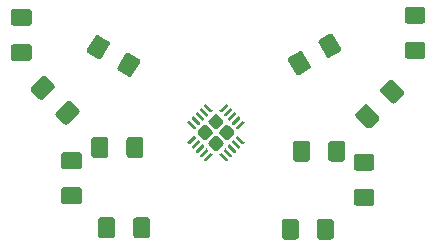
<source format=gbr>
G04 #@! TF.GenerationSoftware,KiCad,Pcbnew,(5.1.5)-3*
G04 #@! TF.CreationDate,2020-05-15T21:02:07+03:00*
G04 #@! TF.ProjectId,ButterflyJewel,42757474-6572-4666-9c79-4a6577656c2e,rev?*
G04 #@! TF.SameCoordinates,Original*
G04 #@! TF.FileFunction,Paste,Top*
G04 #@! TF.FilePolarity,Positive*
%FSLAX46Y46*%
G04 Gerber Fmt 4.6, Leading zero omitted, Abs format (unit mm)*
G04 Created by KiCad (PCBNEW (5.1.5)-3) date 2020-05-15 21:02:07*
%MOMM*%
%LPD*%
G04 APERTURE LIST*
%ADD10C,0.100000*%
G04 APERTURE END LIST*
D10*
G36*
X189617004Y-40083704D02*
G01*
X189641273Y-40087304D01*
X189665071Y-40093265D01*
X189688171Y-40101530D01*
X189710349Y-40112020D01*
X189731393Y-40124633D01*
X189751098Y-40139247D01*
X189769277Y-40155723D01*
X189785753Y-40173902D01*
X189800367Y-40193607D01*
X189812980Y-40214651D01*
X189823470Y-40236829D01*
X189831735Y-40259929D01*
X189837696Y-40283727D01*
X189841296Y-40307996D01*
X189842500Y-40332500D01*
X189842500Y-41582500D01*
X189841296Y-41607004D01*
X189837696Y-41631273D01*
X189831735Y-41655071D01*
X189823470Y-41678171D01*
X189812980Y-41700349D01*
X189800367Y-41721393D01*
X189785753Y-41741098D01*
X189769277Y-41759277D01*
X189751098Y-41775753D01*
X189731393Y-41790367D01*
X189710349Y-41802980D01*
X189688171Y-41813470D01*
X189665071Y-41821735D01*
X189641273Y-41827696D01*
X189617004Y-41831296D01*
X189592500Y-41832500D01*
X188667500Y-41832500D01*
X188642996Y-41831296D01*
X188618727Y-41827696D01*
X188594929Y-41821735D01*
X188571829Y-41813470D01*
X188549651Y-41802980D01*
X188528607Y-41790367D01*
X188508902Y-41775753D01*
X188490723Y-41759277D01*
X188474247Y-41741098D01*
X188459633Y-41721393D01*
X188447020Y-41700349D01*
X188436530Y-41678171D01*
X188428265Y-41655071D01*
X188422304Y-41631273D01*
X188418704Y-41607004D01*
X188417500Y-41582500D01*
X188417500Y-40332500D01*
X188418704Y-40307996D01*
X188422304Y-40283727D01*
X188428265Y-40259929D01*
X188436530Y-40236829D01*
X188447020Y-40214651D01*
X188459633Y-40193607D01*
X188474247Y-40173902D01*
X188490723Y-40155723D01*
X188508902Y-40139247D01*
X188528607Y-40124633D01*
X188549651Y-40112020D01*
X188571829Y-40101530D01*
X188594929Y-40093265D01*
X188618727Y-40087304D01*
X188642996Y-40083704D01*
X188667500Y-40082500D01*
X189592500Y-40082500D01*
X189617004Y-40083704D01*
G37*
G36*
X186642004Y-40083704D02*
G01*
X186666273Y-40087304D01*
X186690071Y-40093265D01*
X186713171Y-40101530D01*
X186735349Y-40112020D01*
X186756393Y-40124633D01*
X186776098Y-40139247D01*
X186794277Y-40155723D01*
X186810753Y-40173902D01*
X186825367Y-40193607D01*
X186837980Y-40214651D01*
X186848470Y-40236829D01*
X186856735Y-40259929D01*
X186862696Y-40283727D01*
X186866296Y-40307996D01*
X186867500Y-40332500D01*
X186867500Y-41582500D01*
X186866296Y-41607004D01*
X186862696Y-41631273D01*
X186856735Y-41655071D01*
X186848470Y-41678171D01*
X186837980Y-41700349D01*
X186825367Y-41721393D01*
X186810753Y-41741098D01*
X186794277Y-41759277D01*
X186776098Y-41775753D01*
X186756393Y-41790367D01*
X186735349Y-41802980D01*
X186713171Y-41813470D01*
X186690071Y-41821735D01*
X186666273Y-41827696D01*
X186642004Y-41831296D01*
X186617500Y-41832500D01*
X185692500Y-41832500D01*
X185667996Y-41831296D01*
X185643727Y-41827696D01*
X185619929Y-41821735D01*
X185596829Y-41813470D01*
X185574651Y-41802980D01*
X185553607Y-41790367D01*
X185533902Y-41775753D01*
X185515723Y-41759277D01*
X185499247Y-41741098D01*
X185484633Y-41721393D01*
X185472020Y-41700349D01*
X185461530Y-41678171D01*
X185453265Y-41655071D01*
X185447304Y-41631273D01*
X185443704Y-41607004D01*
X185442500Y-41582500D01*
X185442500Y-40332500D01*
X185443704Y-40307996D01*
X185447304Y-40283727D01*
X185453265Y-40259929D01*
X185461530Y-40236829D01*
X185472020Y-40214651D01*
X185484633Y-40193607D01*
X185499247Y-40173902D01*
X185515723Y-40155723D01*
X185533902Y-40139247D01*
X185553607Y-40124633D01*
X185574651Y-40112020D01*
X185596829Y-40101530D01*
X185619929Y-40093265D01*
X185643727Y-40087304D01*
X185667996Y-40083704D01*
X185692500Y-40082500D01*
X186617500Y-40082500D01*
X186642004Y-40083704D01*
G37*
G36*
X206698504Y-40401204D02*
G01*
X206722773Y-40404804D01*
X206746571Y-40410765D01*
X206769671Y-40419030D01*
X206791849Y-40429520D01*
X206812893Y-40442133D01*
X206832598Y-40456747D01*
X206850777Y-40473223D01*
X206867253Y-40491402D01*
X206881867Y-40511107D01*
X206894480Y-40532151D01*
X206904970Y-40554329D01*
X206913235Y-40577429D01*
X206919196Y-40601227D01*
X206922796Y-40625496D01*
X206924000Y-40650000D01*
X206924000Y-41900000D01*
X206922796Y-41924504D01*
X206919196Y-41948773D01*
X206913235Y-41972571D01*
X206904970Y-41995671D01*
X206894480Y-42017849D01*
X206881867Y-42038893D01*
X206867253Y-42058598D01*
X206850777Y-42076777D01*
X206832598Y-42093253D01*
X206812893Y-42107867D01*
X206791849Y-42120480D01*
X206769671Y-42130970D01*
X206746571Y-42139235D01*
X206722773Y-42145196D01*
X206698504Y-42148796D01*
X206674000Y-42150000D01*
X205749000Y-42150000D01*
X205724496Y-42148796D01*
X205700227Y-42145196D01*
X205676429Y-42139235D01*
X205653329Y-42130970D01*
X205631151Y-42120480D01*
X205610107Y-42107867D01*
X205590402Y-42093253D01*
X205572223Y-42076777D01*
X205555747Y-42058598D01*
X205541133Y-42038893D01*
X205528520Y-42017849D01*
X205518030Y-41995671D01*
X205509765Y-41972571D01*
X205503804Y-41948773D01*
X205500204Y-41924504D01*
X205499000Y-41900000D01*
X205499000Y-40650000D01*
X205500204Y-40625496D01*
X205503804Y-40601227D01*
X205509765Y-40577429D01*
X205518030Y-40554329D01*
X205528520Y-40532151D01*
X205541133Y-40511107D01*
X205555747Y-40491402D01*
X205572223Y-40473223D01*
X205590402Y-40456747D01*
X205610107Y-40442133D01*
X205631151Y-40429520D01*
X205653329Y-40419030D01*
X205676429Y-40410765D01*
X205700227Y-40404804D01*
X205724496Y-40401204D01*
X205749000Y-40400000D01*
X206674000Y-40400000D01*
X206698504Y-40401204D01*
G37*
G36*
X203723504Y-40401204D02*
G01*
X203747773Y-40404804D01*
X203771571Y-40410765D01*
X203794671Y-40419030D01*
X203816849Y-40429520D01*
X203837893Y-40442133D01*
X203857598Y-40456747D01*
X203875777Y-40473223D01*
X203892253Y-40491402D01*
X203906867Y-40511107D01*
X203919480Y-40532151D01*
X203929970Y-40554329D01*
X203938235Y-40577429D01*
X203944196Y-40601227D01*
X203947796Y-40625496D01*
X203949000Y-40650000D01*
X203949000Y-41900000D01*
X203947796Y-41924504D01*
X203944196Y-41948773D01*
X203938235Y-41972571D01*
X203929970Y-41995671D01*
X203919480Y-42017849D01*
X203906867Y-42038893D01*
X203892253Y-42058598D01*
X203875777Y-42076777D01*
X203857598Y-42093253D01*
X203837893Y-42107867D01*
X203816849Y-42120480D01*
X203794671Y-42130970D01*
X203771571Y-42139235D01*
X203747773Y-42145196D01*
X203723504Y-42148796D01*
X203699000Y-42150000D01*
X202774000Y-42150000D01*
X202749496Y-42148796D01*
X202725227Y-42145196D01*
X202701429Y-42139235D01*
X202678329Y-42130970D01*
X202656151Y-42120480D01*
X202635107Y-42107867D01*
X202615402Y-42093253D01*
X202597223Y-42076777D01*
X202580747Y-42058598D01*
X202566133Y-42038893D01*
X202553520Y-42017849D01*
X202543030Y-41995671D01*
X202534765Y-41972571D01*
X202528804Y-41948773D01*
X202525204Y-41924504D01*
X202524000Y-41900000D01*
X202524000Y-40650000D01*
X202525204Y-40625496D01*
X202528804Y-40601227D01*
X202534765Y-40577429D01*
X202543030Y-40554329D01*
X202553520Y-40532151D01*
X202566133Y-40511107D01*
X202580747Y-40491402D01*
X202597223Y-40473223D01*
X202615402Y-40456747D01*
X202635107Y-40442133D01*
X202656151Y-40429520D01*
X202678329Y-40419030D01*
X202701429Y-40410765D01*
X202725227Y-40404804D01*
X202749496Y-40401204D01*
X202774000Y-40400000D01*
X203699000Y-40400000D01*
X203723504Y-40401204D01*
G37*
G36*
X183563230Y-36991046D02*
G01*
X183587499Y-36994646D01*
X183611297Y-37000607D01*
X183634397Y-37008872D01*
X183656575Y-37019362D01*
X183677619Y-37031975D01*
X183697324Y-37046589D01*
X183715503Y-37063065D01*
X184369577Y-37717139D01*
X184386053Y-37735318D01*
X184400667Y-37755023D01*
X184413280Y-37776067D01*
X184423770Y-37798245D01*
X184432035Y-37821345D01*
X184437996Y-37845143D01*
X184441596Y-37869412D01*
X184442800Y-37893916D01*
X184441596Y-37918420D01*
X184437996Y-37942689D01*
X184432035Y-37966487D01*
X184423770Y-37989587D01*
X184413280Y-38011765D01*
X184400667Y-38032809D01*
X184386053Y-38052514D01*
X184369577Y-38070693D01*
X183485693Y-38954577D01*
X183467514Y-38971053D01*
X183447809Y-38985667D01*
X183426765Y-38998280D01*
X183404587Y-39008770D01*
X183381487Y-39017035D01*
X183357689Y-39022996D01*
X183333420Y-39026596D01*
X183308916Y-39027800D01*
X183284412Y-39026596D01*
X183260143Y-39022996D01*
X183236345Y-39017035D01*
X183213245Y-39008770D01*
X183191067Y-38998280D01*
X183170023Y-38985667D01*
X183150318Y-38971053D01*
X183132139Y-38954577D01*
X182478065Y-38300503D01*
X182461589Y-38282324D01*
X182446975Y-38262619D01*
X182434362Y-38241575D01*
X182423872Y-38219397D01*
X182415607Y-38196297D01*
X182409646Y-38172499D01*
X182406046Y-38148230D01*
X182404842Y-38123726D01*
X182406046Y-38099222D01*
X182409646Y-38074953D01*
X182415607Y-38051155D01*
X182423872Y-38028055D01*
X182434362Y-38005877D01*
X182446975Y-37984833D01*
X182461589Y-37965128D01*
X182478065Y-37946949D01*
X183361949Y-37063065D01*
X183380128Y-37046589D01*
X183399833Y-37031975D01*
X183420877Y-37019362D01*
X183443055Y-37008872D01*
X183466155Y-37000607D01*
X183489953Y-36994646D01*
X183514222Y-36991046D01*
X183538726Y-36989842D01*
X183563230Y-36991046D01*
G37*
G36*
X181459588Y-34887404D02*
G01*
X181483857Y-34891004D01*
X181507655Y-34896965D01*
X181530755Y-34905230D01*
X181552933Y-34915720D01*
X181573977Y-34928333D01*
X181593682Y-34942947D01*
X181611861Y-34959423D01*
X182265935Y-35613497D01*
X182282411Y-35631676D01*
X182297025Y-35651381D01*
X182309638Y-35672425D01*
X182320128Y-35694603D01*
X182328393Y-35717703D01*
X182334354Y-35741501D01*
X182337954Y-35765770D01*
X182339158Y-35790274D01*
X182337954Y-35814778D01*
X182334354Y-35839047D01*
X182328393Y-35862845D01*
X182320128Y-35885945D01*
X182309638Y-35908123D01*
X182297025Y-35929167D01*
X182282411Y-35948872D01*
X182265935Y-35967051D01*
X181382051Y-36850935D01*
X181363872Y-36867411D01*
X181344167Y-36882025D01*
X181323123Y-36894638D01*
X181300945Y-36905128D01*
X181277845Y-36913393D01*
X181254047Y-36919354D01*
X181229778Y-36922954D01*
X181205274Y-36924158D01*
X181180770Y-36922954D01*
X181156501Y-36919354D01*
X181132703Y-36913393D01*
X181109603Y-36905128D01*
X181087425Y-36894638D01*
X181066381Y-36882025D01*
X181046676Y-36867411D01*
X181028497Y-36850935D01*
X180374423Y-36196861D01*
X180357947Y-36178682D01*
X180343333Y-36158977D01*
X180330720Y-36137933D01*
X180320230Y-36115755D01*
X180311965Y-36092655D01*
X180306004Y-36068857D01*
X180302404Y-36044588D01*
X180301200Y-36020084D01*
X180302404Y-35995580D01*
X180306004Y-35971311D01*
X180311965Y-35947513D01*
X180320230Y-35924413D01*
X180330720Y-35902235D01*
X180343333Y-35881191D01*
X180357947Y-35861486D01*
X180374423Y-35843307D01*
X181258307Y-34959423D01*
X181276486Y-34942947D01*
X181296191Y-34928333D01*
X181317235Y-34915720D01*
X181339413Y-34905230D01*
X181362513Y-34896965D01*
X181386311Y-34891004D01*
X181410580Y-34887404D01*
X181435084Y-34886200D01*
X181459588Y-34887404D01*
G37*
G36*
X210828920Y-35204904D02*
G01*
X210853189Y-35208504D01*
X210876987Y-35214465D01*
X210900087Y-35222730D01*
X210922265Y-35233220D01*
X210943309Y-35245833D01*
X210963014Y-35260447D01*
X210981193Y-35276923D01*
X211865077Y-36160807D01*
X211881553Y-36178986D01*
X211896167Y-36198691D01*
X211908780Y-36219735D01*
X211919270Y-36241913D01*
X211927535Y-36265013D01*
X211933496Y-36288811D01*
X211937096Y-36313080D01*
X211938300Y-36337584D01*
X211937096Y-36362088D01*
X211933496Y-36386357D01*
X211927535Y-36410155D01*
X211919270Y-36433255D01*
X211908780Y-36455433D01*
X211896167Y-36476477D01*
X211881553Y-36496182D01*
X211865077Y-36514361D01*
X211211003Y-37168435D01*
X211192824Y-37184911D01*
X211173119Y-37199525D01*
X211152075Y-37212138D01*
X211129897Y-37222628D01*
X211106797Y-37230893D01*
X211082999Y-37236854D01*
X211058730Y-37240454D01*
X211034226Y-37241658D01*
X211009722Y-37240454D01*
X210985453Y-37236854D01*
X210961655Y-37230893D01*
X210938555Y-37222628D01*
X210916377Y-37212138D01*
X210895333Y-37199525D01*
X210875628Y-37184911D01*
X210857449Y-37168435D01*
X209973565Y-36284551D01*
X209957089Y-36266372D01*
X209942475Y-36246667D01*
X209929862Y-36225623D01*
X209919372Y-36203445D01*
X209911107Y-36180345D01*
X209905146Y-36156547D01*
X209901546Y-36132278D01*
X209900342Y-36107774D01*
X209901546Y-36083270D01*
X209905146Y-36059001D01*
X209911107Y-36035203D01*
X209919372Y-36012103D01*
X209929862Y-35989925D01*
X209942475Y-35968881D01*
X209957089Y-35949176D01*
X209973565Y-35930997D01*
X210627639Y-35276923D01*
X210645818Y-35260447D01*
X210665523Y-35245833D01*
X210686567Y-35233220D01*
X210708745Y-35222730D01*
X210731845Y-35214465D01*
X210755643Y-35208504D01*
X210779912Y-35204904D01*
X210804416Y-35203700D01*
X210828920Y-35204904D01*
G37*
G36*
X208725278Y-37308546D02*
G01*
X208749547Y-37312146D01*
X208773345Y-37318107D01*
X208796445Y-37326372D01*
X208818623Y-37336862D01*
X208839667Y-37349475D01*
X208859372Y-37364089D01*
X208877551Y-37380565D01*
X209761435Y-38264449D01*
X209777911Y-38282628D01*
X209792525Y-38302333D01*
X209805138Y-38323377D01*
X209815628Y-38345555D01*
X209823893Y-38368655D01*
X209829854Y-38392453D01*
X209833454Y-38416722D01*
X209834658Y-38441226D01*
X209833454Y-38465730D01*
X209829854Y-38489999D01*
X209823893Y-38513797D01*
X209815628Y-38536897D01*
X209805138Y-38559075D01*
X209792525Y-38580119D01*
X209777911Y-38599824D01*
X209761435Y-38618003D01*
X209107361Y-39272077D01*
X209089182Y-39288553D01*
X209069477Y-39303167D01*
X209048433Y-39315780D01*
X209026255Y-39326270D01*
X209003155Y-39334535D01*
X208979357Y-39340496D01*
X208955088Y-39344096D01*
X208930584Y-39345300D01*
X208906080Y-39344096D01*
X208881811Y-39340496D01*
X208858013Y-39334535D01*
X208834913Y-39326270D01*
X208812735Y-39315780D01*
X208791691Y-39303167D01*
X208771986Y-39288553D01*
X208753807Y-39272077D01*
X207869923Y-38388193D01*
X207853447Y-38370014D01*
X207838833Y-38350309D01*
X207826220Y-38329265D01*
X207815730Y-38307087D01*
X207807465Y-38283987D01*
X207801504Y-38260189D01*
X207797904Y-38235920D01*
X207796700Y-38211416D01*
X207797904Y-38186912D01*
X207801504Y-38162643D01*
X207807465Y-38138845D01*
X207815730Y-38115745D01*
X207826220Y-38093567D01*
X207838833Y-38072523D01*
X207853447Y-38052818D01*
X207869923Y-38034639D01*
X208523997Y-37380565D01*
X208542176Y-37364089D01*
X208561881Y-37349475D01*
X208582925Y-37336862D01*
X208605103Y-37326372D01*
X208628203Y-37318107D01*
X208652001Y-37312146D01*
X208676270Y-37308546D01*
X208700774Y-37307342D01*
X208725278Y-37308546D01*
G37*
G36*
X188557808Y-32933873D02*
G01*
X188581945Y-32938265D01*
X188605536Y-32945001D01*
X188628353Y-32954018D01*
X188650176Y-32965228D01*
X189451250Y-33427728D01*
X189471869Y-33441022D01*
X189491086Y-33456274D01*
X189508716Y-33473336D01*
X189524588Y-33492044D01*
X189538551Y-33512217D01*
X189550468Y-33533662D01*
X189560226Y-33556171D01*
X189567731Y-33579529D01*
X189572911Y-33603510D01*
X189575715Y-33627883D01*
X189576116Y-33652414D01*
X189574111Y-33676865D01*
X189569719Y-33701003D01*
X189562983Y-33724594D01*
X189553966Y-33747411D01*
X189542756Y-33769234D01*
X188917756Y-34851766D01*
X188904462Y-34872385D01*
X188889210Y-34891602D01*
X188872148Y-34909232D01*
X188853440Y-34925104D01*
X188833267Y-34939067D01*
X188811822Y-34950984D01*
X188789313Y-34960742D01*
X188765955Y-34968247D01*
X188741974Y-34973427D01*
X188717601Y-34976231D01*
X188693070Y-34976632D01*
X188668618Y-34974627D01*
X188644481Y-34970235D01*
X188620890Y-34963499D01*
X188598073Y-34954482D01*
X188576250Y-34943272D01*
X187775176Y-34480772D01*
X187754557Y-34467478D01*
X187735340Y-34452226D01*
X187717710Y-34435164D01*
X187701838Y-34416456D01*
X187687875Y-34396283D01*
X187675958Y-34374838D01*
X187666200Y-34352329D01*
X187658695Y-34328971D01*
X187653515Y-34304990D01*
X187650711Y-34280617D01*
X187650310Y-34256086D01*
X187652315Y-34231635D01*
X187656707Y-34207497D01*
X187663443Y-34183906D01*
X187672460Y-34161089D01*
X187683670Y-34139266D01*
X188308670Y-33056734D01*
X188321964Y-33036115D01*
X188337216Y-33016898D01*
X188354278Y-32999268D01*
X188372986Y-32983396D01*
X188393159Y-32969433D01*
X188414604Y-32957516D01*
X188437113Y-32947758D01*
X188460471Y-32940253D01*
X188484452Y-32935073D01*
X188508825Y-32932269D01*
X188533356Y-32931868D01*
X188557808Y-32933873D01*
G37*
G36*
X185981382Y-31446373D02*
G01*
X186005519Y-31450765D01*
X186029110Y-31457501D01*
X186051927Y-31466518D01*
X186073750Y-31477728D01*
X186874824Y-31940228D01*
X186895443Y-31953522D01*
X186914660Y-31968774D01*
X186932290Y-31985836D01*
X186948162Y-32004544D01*
X186962125Y-32024717D01*
X186974042Y-32046162D01*
X186983800Y-32068671D01*
X186991305Y-32092029D01*
X186996485Y-32116010D01*
X186999289Y-32140383D01*
X186999690Y-32164914D01*
X186997685Y-32189365D01*
X186993293Y-32213503D01*
X186986557Y-32237094D01*
X186977540Y-32259911D01*
X186966330Y-32281734D01*
X186341330Y-33364266D01*
X186328036Y-33384885D01*
X186312784Y-33404102D01*
X186295722Y-33421732D01*
X186277014Y-33437604D01*
X186256841Y-33451567D01*
X186235396Y-33463484D01*
X186212887Y-33473242D01*
X186189529Y-33480747D01*
X186165548Y-33485927D01*
X186141175Y-33488731D01*
X186116644Y-33489132D01*
X186092192Y-33487127D01*
X186068055Y-33482735D01*
X186044464Y-33475999D01*
X186021647Y-33466982D01*
X185999824Y-33455772D01*
X185198750Y-32993272D01*
X185178131Y-32979978D01*
X185158914Y-32964726D01*
X185141284Y-32947664D01*
X185125412Y-32928956D01*
X185111449Y-32908783D01*
X185099532Y-32887338D01*
X185089774Y-32864829D01*
X185082269Y-32841471D01*
X185077089Y-32817490D01*
X185074285Y-32793117D01*
X185073884Y-32768586D01*
X185075889Y-32744135D01*
X185080281Y-32719997D01*
X185087017Y-32696406D01*
X185096034Y-32673589D01*
X185107244Y-32651766D01*
X185732244Y-31569234D01*
X185745538Y-31548615D01*
X185760790Y-31529398D01*
X185777852Y-31511768D01*
X185796560Y-31495896D01*
X185816733Y-31481933D01*
X185838178Y-31470016D01*
X185860687Y-31460258D01*
X185884045Y-31452753D01*
X185908026Y-31447573D01*
X185932399Y-31444769D01*
X185956930Y-31444368D01*
X185981382Y-31446373D01*
G37*
G36*
X205735601Y-31317769D02*
G01*
X205759974Y-31320573D01*
X205783955Y-31325753D01*
X205807313Y-31333258D01*
X205829822Y-31343016D01*
X205851267Y-31354933D01*
X205871440Y-31368896D01*
X205890148Y-31384768D01*
X205907210Y-31402398D01*
X205922462Y-31421615D01*
X205935756Y-31442234D01*
X206560756Y-32524766D01*
X206571966Y-32546589D01*
X206580983Y-32569406D01*
X206587719Y-32592997D01*
X206592111Y-32617134D01*
X206594116Y-32641586D01*
X206593715Y-32666117D01*
X206590911Y-32690490D01*
X206585731Y-32714471D01*
X206578226Y-32737829D01*
X206568468Y-32760338D01*
X206556551Y-32781783D01*
X206542588Y-32801956D01*
X206526716Y-32820664D01*
X206509086Y-32837726D01*
X206489869Y-32852978D01*
X206469250Y-32866272D01*
X205668176Y-33328772D01*
X205646353Y-33339982D01*
X205623536Y-33348999D01*
X205599945Y-33355735D01*
X205575807Y-33360127D01*
X205551356Y-33362132D01*
X205526825Y-33361731D01*
X205502452Y-33358927D01*
X205478471Y-33353747D01*
X205455113Y-33346242D01*
X205432604Y-33336484D01*
X205411159Y-33324567D01*
X205390986Y-33310604D01*
X205372278Y-33294732D01*
X205355216Y-33277102D01*
X205339964Y-33257885D01*
X205326670Y-33237266D01*
X204701670Y-32154734D01*
X204690460Y-32132911D01*
X204681443Y-32110094D01*
X204674707Y-32086503D01*
X204670315Y-32062366D01*
X204668310Y-32037914D01*
X204668711Y-32013383D01*
X204671515Y-31989010D01*
X204676695Y-31965029D01*
X204684200Y-31941671D01*
X204693958Y-31919162D01*
X204705875Y-31897717D01*
X204719838Y-31877544D01*
X204735710Y-31858836D01*
X204753340Y-31841774D01*
X204772557Y-31826522D01*
X204793176Y-31813228D01*
X205594250Y-31350728D01*
X205616073Y-31339518D01*
X205638890Y-31330501D01*
X205662481Y-31323765D01*
X205686619Y-31319373D01*
X205711070Y-31317368D01*
X205735601Y-31317769D01*
G37*
G36*
X203159175Y-32805269D02*
G01*
X203183548Y-32808073D01*
X203207529Y-32813253D01*
X203230887Y-32820758D01*
X203253396Y-32830516D01*
X203274841Y-32842433D01*
X203295014Y-32856396D01*
X203313722Y-32872268D01*
X203330784Y-32889898D01*
X203346036Y-32909115D01*
X203359330Y-32929734D01*
X203984330Y-34012266D01*
X203995540Y-34034089D01*
X204004557Y-34056906D01*
X204011293Y-34080497D01*
X204015685Y-34104634D01*
X204017690Y-34129086D01*
X204017289Y-34153617D01*
X204014485Y-34177990D01*
X204009305Y-34201971D01*
X204001800Y-34225329D01*
X203992042Y-34247838D01*
X203980125Y-34269283D01*
X203966162Y-34289456D01*
X203950290Y-34308164D01*
X203932660Y-34325226D01*
X203913443Y-34340478D01*
X203892824Y-34353772D01*
X203091750Y-34816272D01*
X203069927Y-34827482D01*
X203047110Y-34836499D01*
X203023519Y-34843235D01*
X202999381Y-34847627D01*
X202974930Y-34849632D01*
X202950399Y-34849231D01*
X202926026Y-34846427D01*
X202902045Y-34841247D01*
X202878687Y-34833742D01*
X202856178Y-34823984D01*
X202834733Y-34812067D01*
X202814560Y-34798104D01*
X202795852Y-34782232D01*
X202778790Y-34764602D01*
X202763538Y-34745385D01*
X202750244Y-34724766D01*
X202125244Y-33642234D01*
X202114034Y-33620411D01*
X202105017Y-33597594D01*
X202098281Y-33574003D01*
X202093889Y-33549866D01*
X202091884Y-33525414D01*
X202092285Y-33500883D01*
X202095089Y-33476510D01*
X202100269Y-33452529D01*
X202107774Y-33429171D01*
X202117532Y-33406662D01*
X202129449Y-33385217D01*
X202143412Y-33365044D01*
X202159284Y-33346336D01*
X202176914Y-33329274D01*
X202196131Y-33314022D01*
X202216750Y-33300728D01*
X203017824Y-32838228D01*
X203039647Y-32827018D01*
X203062464Y-32818001D01*
X203086055Y-32811265D01*
X203110193Y-32806873D01*
X203134644Y-32804868D01*
X203159175Y-32805269D01*
G37*
G36*
X196866593Y-37256494D02*
G01*
X196872660Y-37257394D01*
X196878610Y-37258884D01*
X196884385Y-37260951D01*
X196889929Y-37263573D01*
X196895190Y-37266726D01*
X196900117Y-37270380D01*
X196904661Y-37274499D01*
X196993049Y-37362887D01*
X196997168Y-37367431D01*
X197000822Y-37372358D01*
X197003975Y-37377619D01*
X197006597Y-37383163D01*
X197008664Y-37388938D01*
X197010154Y-37394888D01*
X197011054Y-37400955D01*
X197011355Y-37407081D01*
X197011054Y-37413207D01*
X197010154Y-37419274D01*
X197008664Y-37425224D01*
X197006597Y-37430999D01*
X197003975Y-37436543D01*
X197000822Y-37441804D01*
X196997168Y-37446731D01*
X196993049Y-37451275D01*
X196480397Y-37963927D01*
X196475853Y-37968046D01*
X196470926Y-37971700D01*
X196465665Y-37974853D01*
X196460121Y-37977475D01*
X196454346Y-37979542D01*
X196448396Y-37981032D01*
X196442329Y-37981932D01*
X196436203Y-37982233D01*
X196430077Y-37981932D01*
X196424010Y-37981032D01*
X196418060Y-37979542D01*
X196412285Y-37977475D01*
X196406741Y-37974853D01*
X196401480Y-37971700D01*
X196396553Y-37968046D01*
X196392009Y-37963927D01*
X196303621Y-37875539D01*
X196299502Y-37870995D01*
X196295848Y-37866068D01*
X196292695Y-37860807D01*
X196290073Y-37855263D01*
X196288006Y-37849488D01*
X196286516Y-37843538D01*
X196285616Y-37837471D01*
X196285315Y-37831345D01*
X196285616Y-37825219D01*
X196286516Y-37819152D01*
X196288006Y-37813202D01*
X196290073Y-37807427D01*
X196292695Y-37801883D01*
X196295848Y-37796622D01*
X196299502Y-37791695D01*
X196303621Y-37787151D01*
X196816273Y-37274499D01*
X196820817Y-37270380D01*
X196825744Y-37266726D01*
X196831005Y-37263573D01*
X196836549Y-37260951D01*
X196842324Y-37258884D01*
X196848274Y-37257394D01*
X196854341Y-37256494D01*
X196860467Y-37256193D01*
X196866593Y-37256494D01*
G37*
G36*
X197220146Y-37610047D02*
G01*
X197226213Y-37610947D01*
X197232163Y-37612437D01*
X197237938Y-37614504D01*
X197243482Y-37617126D01*
X197248743Y-37620279D01*
X197253670Y-37623933D01*
X197258214Y-37628052D01*
X197346602Y-37716440D01*
X197350721Y-37720984D01*
X197354375Y-37725911D01*
X197357528Y-37731172D01*
X197360150Y-37736716D01*
X197362217Y-37742491D01*
X197363707Y-37748441D01*
X197364607Y-37754508D01*
X197364908Y-37760634D01*
X197364607Y-37766760D01*
X197363707Y-37772827D01*
X197362217Y-37778777D01*
X197360150Y-37784552D01*
X197357528Y-37790096D01*
X197354375Y-37795357D01*
X197350721Y-37800284D01*
X197346602Y-37804828D01*
X196833950Y-38317480D01*
X196829406Y-38321599D01*
X196824479Y-38325253D01*
X196819218Y-38328406D01*
X196813674Y-38331028D01*
X196807899Y-38333095D01*
X196801949Y-38334585D01*
X196795882Y-38335485D01*
X196789756Y-38335786D01*
X196783630Y-38335485D01*
X196777563Y-38334585D01*
X196771613Y-38333095D01*
X196765838Y-38331028D01*
X196760294Y-38328406D01*
X196755033Y-38325253D01*
X196750106Y-38321599D01*
X196745562Y-38317480D01*
X196657174Y-38229092D01*
X196653055Y-38224548D01*
X196649401Y-38219621D01*
X196646248Y-38214360D01*
X196643626Y-38208816D01*
X196641559Y-38203041D01*
X196640069Y-38197091D01*
X196639169Y-38191024D01*
X196638868Y-38184898D01*
X196639169Y-38178772D01*
X196640069Y-38172705D01*
X196641559Y-38166755D01*
X196643626Y-38160980D01*
X196646248Y-38155436D01*
X196649401Y-38150175D01*
X196653055Y-38145248D01*
X196657174Y-38140704D01*
X197169826Y-37628052D01*
X197174370Y-37623933D01*
X197179297Y-37620279D01*
X197184558Y-37617126D01*
X197190102Y-37614504D01*
X197195877Y-37612437D01*
X197201827Y-37610947D01*
X197207894Y-37610047D01*
X197214020Y-37609746D01*
X197220146Y-37610047D01*
G37*
G36*
X197573700Y-37963600D02*
G01*
X197579767Y-37964500D01*
X197585717Y-37965990D01*
X197591492Y-37968057D01*
X197597036Y-37970679D01*
X197602297Y-37973832D01*
X197607224Y-37977486D01*
X197611768Y-37981605D01*
X197700156Y-38069993D01*
X197704275Y-38074537D01*
X197707929Y-38079464D01*
X197711082Y-38084725D01*
X197713704Y-38090269D01*
X197715771Y-38096044D01*
X197717261Y-38101994D01*
X197718161Y-38108061D01*
X197718462Y-38114187D01*
X197718161Y-38120313D01*
X197717261Y-38126380D01*
X197715771Y-38132330D01*
X197713704Y-38138105D01*
X197711082Y-38143649D01*
X197707929Y-38148910D01*
X197704275Y-38153837D01*
X197700156Y-38158381D01*
X197187504Y-38671033D01*
X197182960Y-38675152D01*
X197178033Y-38678806D01*
X197172772Y-38681959D01*
X197167228Y-38684581D01*
X197161453Y-38686648D01*
X197155503Y-38688138D01*
X197149436Y-38689038D01*
X197143310Y-38689339D01*
X197137184Y-38689038D01*
X197131117Y-38688138D01*
X197125167Y-38686648D01*
X197119392Y-38684581D01*
X197113848Y-38681959D01*
X197108587Y-38678806D01*
X197103660Y-38675152D01*
X197099116Y-38671033D01*
X197010728Y-38582645D01*
X197006609Y-38578101D01*
X197002955Y-38573174D01*
X196999802Y-38567913D01*
X196997180Y-38562369D01*
X196995113Y-38556594D01*
X196993623Y-38550644D01*
X196992723Y-38544577D01*
X196992422Y-38538451D01*
X196992723Y-38532325D01*
X196993623Y-38526258D01*
X196995113Y-38520308D01*
X196997180Y-38514533D01*
X196999802Y-38508989D01*
X197002955Y-38503728D01*
X197006609Y-38498801D01*
X197010728Y-38494257D01*
X197523380Y-37981605D01*
X197527924Y-37977486D01*
X197532851Y-37973832D01*
X197538112Y-37970679D01*
X197543656Y-37968057D01*
X197549431Y-37965990D01*
X197555381Y-37964500D01*
X197561448Y-37963600D01*
X197567574Y-37963299D01*
X197573700Y-37963600D01*
G37*
G36*
X197927253Y-38317154D02*
G01*
X197933320Y-38318054D01*
X197939270Y-38319544D01*
X197945045Y-38321611D01*
X197950589Y-38324233D01*
X197955850Y-38327386D01*
X197960777Y-38331040D01*
X197965321Y-38335159D01*
X198053709Y-38423547D01*
X198057828Y-38428091D01*
X198061482Y-38433018D01*
X198064635Y-38438279D01*
X198067257Y-38443823D01*
X198069324Y-38449598D01*
X198070814Y-38455548D01*
X198071714Y-38461615D01*
X198072015Y-38467741D01*
X198071714Y-38473867D01*
X198070814Y-38479934D01*
X198069324Y-38485884D01*
X198067257Y-38491659D01*
X198064635Y-38497203D01*
X198061482Y-38502464D01*
X198057828Y-38507391D01*
X198053709Y-38511935D01*
X197541057Y-39024587D01*
X197536513Y-39028706D01*
X197531586Y-39032360D01*
X197526325Y-39035513D01*
X197520781Y-39038135D01*
X197515006Y-39040202D01*
X197509056Y-39041692D01*
X197502989Y-39042592D01*
X197496863Y-39042893D01*
X197490737Y-39042592D01*
X197484670Y-39041692D01*
X197478720Y-39040202D01*
X197472945Y-39038135D01*
X197467401Y-39035513D01*
X197462140Y-39032360D01*
X197457213Y-39028706D01*
X197452669Y-39024587D01*
X197364281Y-38936199D01*
X197360162Y-38931655D01*
X197356508Y-38926728D01*
X197353355Y-38921467D01*
X197350733Y-38915923D01*
X197348666Y-38910148D01*
X197347176Y-38904198D01*
X197346276Y-38898131D01*
X197345975Y-38892005D01*
X197346276Y-38885879D01*
X197347176Y-38879812D01*
X197348666Y-38873862D01*
X197350733Y-38868087D01*
X197353355Y-38862543D01*
X197356508Y-38857282D01*
X197360162Y-38852355D01*
X197364281Y-38847811D01*
X197876933Y-38335159D01*
X197881477Y-38331040D01*
X197886404Y-38327386D01*
X197891665Y-38324233D01*
X197897209Y-38321611D01*
X197902984Y-38319544D01*
X197908934Y-38318054D01*
X197915001Y-38317154D01*
X197921127Y-38316853D01*
X197927253Y-38317154D01*
G37*
G36*
X198280806Y-38670707D02*
G01*
X198286873Y-38671607D01*
X198292823Y-38673097D01*
X198298598Y-38675164D01*
X198304142Y-38677786D01*
X198309403Y-38680939D01*
X198314330Y-38684593D01*
X198318874Y-38688712D01*
X198407262Y-38777100D01*
X198411381Y-38781644D01*
X198415035Y-38786571D01*
X198418188Y-38791832D01*
X198420810Y-38797376D01*
X198422877Y-38803151D01*
X198424367Y-38809101D01*
X198425267Y-38815168D01*
X198425568Y-38821294D01*
X198425267Y-38827420D01*
X198424367Y-38833487D01*
X198422877Y-38839437D01*
X198420810Y-38845212D01*
X198418188Y-38850756D01*
X198415035Y-38856017D01*
X198411381Y-38860944D01*
X198407262Y-38865488D01*
X197894610Y-39378140D01*
X197890066Y-39382259D01*
X197885139Y-39385913D01*
X197879878Y-39389066D01*
X197874334Y-39391688D01*
X197868559Y-39393755D01*
X197862609Y-39395245D01*
X197856542Y-39396145D01*
X197850416Y-39396446D01*
X197844290Y-39396145D01*
X197838223Y-39395245D01*
X197832273Y-39393755D01*
X197826498Y-39391688D01*
X197820954Y-39389066D01*
X197815693Y-39385913D01*
X197810766Y-39382259D01*
X197806222Y-39378140D01*
X197717834Y-39289752D01*
X197713715Y-39285208D01*
X197710061Y-39280281D01*
X197706908Y-39275020D01*
X197704286Y-39269476D01*
X197702219Y-39263701D01*
X197700729Y-39257751D01*
X197699829Y-39251684D01*
X197699528Y-39245558D01*
X197699829Y-39239432D01*
X197700729Y-39233365D01*
X197702219Y-39227415D01*
X197704286Y-39221640D01*
X197706908Y-39216096D01*
X197710061Y-39210835D01*
X197713715Y-39205908D01*
X197717834Y-39201364D01*
X198230486Y-38688712D01*
X198235030Y-38684593D01*
X198239957Y-38680939D01*
X198245218Y-38677786D01*
X198250762Y-38675164D01*
X198256537Y-38673097D01*
X198262487Y-38671607D01*
X198268554Y-38670707D01*
X198274680Y-38670406D01*
X198280806Y-38670707D01*
G37*
G36*
X197856542Y-39978855D02*
G01*
X197862609Y-39979755D01*
X197868559Y-39981245D01*
X197874334Y-39983312D01*
X197879878Y-39985934D01*
X197885139Y-39989087D01*
X197890066Y-39992741D01*
X197894610Y-39996860D01*
X198407262Y-40509512D01*
X198411381Y-40514056D01*
X198415035Y-40518983D01*
X198418188Y-40524244D01*
X198420810Y-40529788D01*
X198422877Y-40535563D01*
X198424367Y-40541513D01*
X198425267Y-40547580D01*
X198425568Y-40553706D01*
X198425267Y-40559832D01*
X198424367Y-40565899D01*
X198422877Y-40571849D01*
X198420810Y-40577624D01*
X198418188Y-40583168D01*
X198415035Y-40588429D01*
X198411381Y-40593356D01*
X198407262Y-40597900D01*
X198318874Y-40686288D01*
X198314330Y-40690407D01*
X198309403Y-40694061D01*
X198304142Y-40697214D01*
X198298598Y-40699836D01*
X198292823Y-40701903D01*
X198286873Y-40703393D01*
X198280806Y-40704293D01*
X198274680Y-40704594D01*
X198268554Y-40704293D01*
X198262487Y-40703393D01*
X198256537Y-40701903D01*
X198250762Y-40699836D01*
X198245218Y-40697214D01*
X198239957Y-40694061D01*
X198235030Y-40690407D01*
X198230486Y-40686288D01*
X197717834Y-40173636D01*
X197713715Y-40169092D01*
X197710061Y-40164165D01*
X197706908Y-40158904D01*
X197704286Y-40153360D01*
X197702219Y-40147585D01*
X197700729Y-40141635D01*
X197699829Y-40135568D01*
X197699528Y-40129442D01*
X197699829Y-40123316D01*
X197700729Y-40117249D01*
X197702219Y-40111299D01*
X197704286Y-40105524D01*
X197706908Y-40099980D01*
X197710061Y-40094719D01*
X197713715Y-40089792D01*
X197717834Y-40085248D01*
X197806222Y-39996860D01*
X197810766Y-39992741D01*
X197815693Y-39989087D01*
X197820954Y-39985934D01*
X197826498Y-39983312D01*
X197832273Y-39981245D01*
X197838223Y-39979755D01*
X197844290Y-39978855D01*
X197850416Y-39978554D01*
X197856542Y-39978855D01*
G37*
G36*
X197502989Y-40332408D02*
G01*
X197509056Y-40333308D01*
X197515006Y-40334798D01*
X197520781Y-40336865D01*
X197526325Y-40339487D01*
X197531586Y-40342640D01*
X197536513Y-40346294D01*
X197541057Y-40350413D01*
X198053709Y-40863065D01*
X198057828Y-40867609D01*
X198061482Y-40872536D01*
X198064635Y-40877797D01*
X198067257Y-40883341D01*
X198069324Y-40889116D01*
X198070814Y-40895066D01*
X198071714Y-40901133D01*
X198072015Y-40907259D01*
X198071714Y-40913385D01*
X198070814Y-40919452D01*
X198069324Y-40925402D01*
X198067257Y-40931177D01*
X198064635Y-40936721D01*
X198061482Y-40941982D01*
X198057828Y-40946909D01*
X198053709Y-40951453D01*
X197965321Y-41039841D01*
X197960777Y-41043960D01*
X197955850Y-41047614D01*
X197950589Y-41050767D01*
X197945045Y-41053389D01*
X197939270Y-41055456D01*
X197933320Y-41056946D01*
X197927253Y-41057846D01*
X197921127Y-41058147D01*
X197915001Y-41057846D01*
X197908934Y-41056946D01*
X197902984Y-41055456D01*
X197897209Y-41053389D01*
X197891665Y-41050767D01*
X197886404Y-41047614D01*
X197881477Y-41043960D01*
X197876933Y-41039841D01*
X197364281Y-40527189D01*
X197360162Y-40522645D01*
X197356508Y-40517718D01*
X197353355Y-40512457D01*
X197350733Y-40506913D01*
X197348666Y-40501138D01*
X197347176Y-40495188D01*
X197346276Y-40489121D01*
X197345975Y-40482995D01*
X197346276Y-40476869D01*
X197347176Y-40470802D01*
X197348666Y-40464852D01*
X197350733Y-40459077D01*
X197353355Y-40453533D01*
X197356508Y-40448272D01*
X197360162Y-40443345D01*
X197364281Y-40438801D01*
X197452669Y-40350413D01*
X197457213Y-40346294D01*
X197462140Y-40342640D01*
X197467401Y-40339487D01*
X197472945Y-40336865D01*
X197478720Y-40334798D01*
X197484670Y-40333308D01*
X197490737Y-40332408D01*
X197496863Y-40332107D01*
X197502989Y-40332408D01*
G37*
G36*
X197149436Y-40685962D02*
G01*
X197155503Y-40686862D01*
X197161453Y-40688352D01*
X197167228Y-40690419D01*
X197172772Y-40693041D01*
X197178033Y-40696194D01*
X197182960Y-40699848D01*
X197187504Y-40703967D01*
X197700156Y-41216619D01*
X197704275Y-41221163D01*
X197707929Y-41226090D01*
X197711082Y-41231351D01*
X197713704Y-41236895D01*
X197715771Y-41242670D01*
X197717261Y-41248620D01*
X197718161Y-41254687D01*
X197718462Y-41260813D01*
X197718161Y-41266939D01*
X197717261Y-41273006D01*
X197715771Y-41278956D01*
X197713704Y-41284731D01*
X197711082Y-41290275D01*
X197707929Y-41295536D01*
X197704275Y-41300463D01*
X197700156Y-41305007D01*
X197611768Y-41393395D01*
X197607224Y-41397514D01*
X197602297Y-41401168D01*
X197597036Y-41404321D01*
X197591492Y-41406943D01*
X197585717Y-41409010D01*
X197579767Y-41410500D01*
X197573700Y-41411400D01*
X197567574Y-41411701D01*
X197561448Y-41411400D01*
X197555381Y-41410500D01*
X197549431Y-41409010D01*
X197543656Y-41406943D01*
X197538112Y-41404321D01*
X197532851Y-41401168D01*
X197527924Y-41397514D01*
X197523380Y-41393395D01*
X197010728Y-40880743D01*
X197006609Y-40876199D01*
X197002955Y-40871272D01*
X196999802Y-40866011D01*
X196997180Y-40860467D01*
X196995113Y-40854692D01*
X196993623Y-40848742D01*
X196992723Y-40842675D01*
X196992422Y-40836549D01*
X196992723Y-40830423D01*
X196993623Y-40824356D01*
X196995113Y-40818406D01*
X196997180Y-40812631D01*
X196999802Y-40807087D01*
X197002955Y-40801826D01*
X197006609Y-40796899D01*
X197010728Y-40792355D01*
X197099116Y-40703967D01*
X197103660Y-40699848D01*
X197108587Y-40696194D01*
X197113848Y-40693041D01*
X197119392Y-40690419D01*
X197125167Y-40688352D01*
X197131117Y-40686862D01*
X197137184Y-40685962D01*
X197143310Y-40685661D01*
X197149436Y-40685962D01*
G37*
G36*
X196795882Y-41039515D02*
G01*
X196801949Y-41040415D01*
X196807899Y-41041905D01*
X196813674Y-41043972D01*
X196819218Y-41046594D01*
X196824479Y-41049747D01*
X196829406Y-41053401D01*
X196833950Y-41057520D01*
X197346602Y-41570172D01*
X197350721Y-41574716D01*
X197354375Y-41579643D01*
X197357528Y-41584904D01*
X197360150Y-41590448D01*
X197362217Y-41596223D01*
X197363707Y-41602173D01*
X197364607Y-41608240D01*
X197364908Y-41614366D01*
X197364607Y-41620492D01*
X197363707Y-41626559D01*
X197362217Y-41632509D01*
X197360150Y-41638284D01*
X197357528Y-41643828D01*
X197354375Y-41649089D01*
X197350721Y-41654016D01*
X197346602Y-41658560D01*
X197258214Y-41746948D01*
X197253670Y-41751067D01*
X197248743Y-41754721D01*
X197243482Y-41757874D01*
X197237938Y-41760496D01*
X197232163Y-41762563D01*
X197226213Y-41764053D01*
X197220146Y-41764953D01*
X197214020Y-41765254D01*
X197207894Y-41764953D01*
X197201827Y-41764053D01*
X197195877Y-41762563D01*
X197190102Y-41760496D01*
X197184558Y-41757874D01*
X197179297Y-41754721D01*
X197174370Y-41751067D01*
X197169826Y-41746948D01*
X196657174Y-41234296D01*
X196653055Y-41229752D01*
X196649401Y-41224825D01*
X196646248Y-41219564D01*
X196643626Y-41214020D01*
X196641559Y-41208245D01*
X196640069Y-41202295D01*
X196639169Y-41196228D01*
X196638868Y-41190102D01*
X196639169Y-41183976D01*
X196640069Y-41177909D01*
X196641559Y-41171959D01*
X196643626Y-41166184D01*
X196646248Y-41160640D01*
X196649401Y-41155379D01*
X196653055Y-41150452D01*
X196657174Y-41145908D01*
X196745562Y-41057520D01*
X196750106Y-41053401D01*
X196755033Y-41049747D01*
X196760294Y-41046594D01*
X196765838Y-41043972D01*
X196771613Y-41041905D01*
X196777563Y-41040415D01*
X196783630Y-41039515D01*
X196789756Y-41039214D01*
X196795882Y-41039515D01*
G37*
G36*
X196442329Y-41393068D02*
G01*
X196448396Y-41393968D01*
X196454346Y-41395458D01*
X196460121Y-41397525D01*
X196465665Y-41400147D01*
X196470926Y-41403300D01*
X196475853Y-41406954D01*
X196480397Y-41411073D01*
X196993049Y-41923725D01*
X196997168Y-41928269D01*
X197000822Y-41933196D01*
X197003975Y-41938457D01*
X197006597Y-41944001D01*
X197008664Y-41949776D01*
X197010154Y-41955726D01*
X197011054Y-41961793D01*
X197011355Y-41967919D01*
X197011054Y-41974045D01*
X197010154Y-41980112D01*
X197008664Y-41986062D01*
X197006597Y-41991837D01*
X197003975Y-41997381D01*
X197000822Y-42002642D01*
X196997168Y-42007569D01*
X196993049Y-42012113D01*
X196904661Y-42100501D01*
X196900117Y-42104620D01*
X196895190Y-42108274D01*
X196889929Y-42111427D01*
X196884385Y-42114049D01*
X196878610Y-42116116D01*
X196872660Y-42117606D01*
X196866593Y-42118506D01*
X196860467Y-42118807D01*
X196854341Y-42118506D01*
X196848274Y-42117606D01*
X196842324Y-42116116D01*
X196836549Y-42114049D01*
X196831005Y-42111427D01*
X196825744Y-42108274D01*
X196820817Y-42104620D01*
X196816273Y-42100501D01*
X196303621Y-41587849D01*
X196299502Y-41583305D01*
X196295848Y-41578378D01*
X196292695Y-41573117D01*
X196290073Y-41567573D01*
X196288006Y-41561798D01*
X196286516Y-41555848D01*
X196285616Y-41549781D01*
X196285315Y-41543655D01*
X196285616Y-41537529D01*
X196286516Y-41531462D01*
X196288006Y-41525512D01*
X196290073Y-41519737D01*
X196292695Y-41514193D01*
X196295848Y-41508932D01*
X196299502Y-41504005D01*
X196303621Y-41499461D01*
X196392009Y-41411073D01*
X196396553Y-41406954D01*
X196401480Y-41403300D01*
X196406741Y-41400147D01*
X196412285Y-41397525D01*
X196418060Y-41395458D01*
X196424010Y-41393968D01*
X196430077Y-41393068D01*
X196436203Y-41392767D01*
X196442329Y-41393068D01*
G37*
G36*
X195558445Y-41393068D02*
G01*
X195564512Y-41393968D01*
X195570462Y-41395458D01*
X195576237Y-41397525D01*
X195581781Y-41400147D01*
X195587042Y-41403300D01*
X195591969Y-41406954D01*
X195596513Y-41411073D01*
X195684901Y-41499461D01*
X195689020Y-41504005D01*
X195692674Y-41508932D01*
X195695827Y-41514193D01*
X195698449Y-41519737D01*
X195700516Y-41525512D01*
X195702006Y-41531462D01*
X195702906Y-41537529D01*
X195703207Y-41543655D01*
X195702906Y-41549781D01*
X195702006Y-41555848D01*
X195700516Y-41561798D01*
X195698449Y-41567573D01*
X195695827Y-41573117D01*
X195692674Y-41578378D01*
X195689020Y-41583305D01*
X195684901Y-41587849D01*
X195172249Y-42100501D01*
X195167705Y-42104620D01*
X195162778Y-42108274D01*
X195157517Y-42111427D01*
X195151973Y-42114049D01*
X195146198Y-42116116D01*
X195140248Y-42117606D01*
X195134181Y-42118506D01*
X195128055Y-42118807D01*
X195121929Y-42118506D01*
X195115862Y-42117606D01*
X195109912Y-42116116D01*
X195104137Y-42114049D01*
X195098593Y-42111427D01*
X195093332Y-42108274D01*
X195088405Y-42104620D01*
X195083861Y-42100501D01*
X194995473Y-42012113D01*
X194991354Y-42007569D01*
X194987700Y-42002642D01*
X194984547Y-41997381D01*
X194981925Y-41991837D01*
X194979858Y-41986062D01*
X194978368Y-41980112D01*
X194977468Y-41974045D01*
X194977167Y-41967919D01*
X194977468Y-41961793D01*
X194978368Y-41955726D01*
X194979858Y-41949776D01*
X194981925Y-41944001D01*
X194984547Y-41938457D01*
X194987700Y-41933196D01*
X194991354Y-41928269D01*
X194995473Y-41923725D01*
X195508125Y-41411073D01*
X195512669Y-41406954D01*
X195517596Y-41403300D01*
X195522857Y-41400147D01*
X195528401Y-41397525D01*
X195534176Y-41395458D01*
X195540126Y-41393968D01*
X195546193Y-41393068D01*
X195552319Y-41392767D01*
X195558445Y-41393068D01*
G37*
G36*
X195204892Y-41039515D02*
G01*
X195210959Y-41040415D01*
X195216909Y-41041905D01*
X195222684Y-41043972D01*
X195228228Y-41046594D01*
X195233489Y-41049747D01*
X195238416Y-41053401D01*
X195242960Y-41057520D01*
X195331348Y-41145908D01*
X195335467Y-41150452D01*
X195339121Y-41155379D01*
X195342274Y-41160640D01*
X195344896Y-41166184D01*
X195346963Y-41171959D01*
X195348453Y-41177909D01*
X195349353Y-41183976D01*
X195349654Y-41190102D01*
X195349353Y-41196228D01*
X195348453Y-41202295D01*
X195346963Y-41208245D01*
X195344896Y-41214020D01*
X195342274Y-41219564D01*
X195339121Y-41224825D01*
X195335467Y-41229752D01*
X195331348Y-41234296D01*
X194818696Y-41746948D01*
X194814152Y-41751067D01*
X194809225Y-41754721D01*
X194803964Y-41757874D01*
X194798420Y-41760496D01*
X194792645Y-41762563D01*
X194786695Y-41764053D01*
X194780628Y-41764953D01*
X194774502Y-41765254D01*
X194768376Y-41764953D01*
X194762309Y-41764053D01*
X194756359Y-41762563D01*
X194750584Y-41760496D01*
X194745040Y-41757874D01*
X194739779Y-41754721D01*
X194734852Y-41751067D01*
X194730308Y-41746948D01*
X194641920Y-41658560D01*
X194637801Y-41654016D01*
X194634147Y-41649089D01*
X194630994Y-41643828D01*
X194628372Y-41638284D01*
X194626305Y-41632509D01*
X194624815Y-41626559D01*
X194623915Y-41620492D01*
X194623614Y-41614366D01*
X194623915Y-41608240D01*
X194624815Y-41602173D01*
X194626305Y-41596223D01*
X194628372Y-41590448D01*
X194630994Y-41584904D01*
X194634147Y-41579643D01*
X194637801Y-41574716D01*
X194641920Y-41570172D01*
X195154572Y-41057520D01*
X195159116Y-41053401D01*
X195164043Y-41049747D01*
X195169304Y-41046594D01*
X195174848Y-41043972D01*
X195180623Y-41041905D01*
X195186573Y-41040415D01*
X195192640Y-41039515D01*
X195198766Y-41039214D01*
X195204892Y-41039515D01*
G37*
G36*
X194851338Y-40685962D02*
G01*
X194857405Y-40686862D01*
X194863355Y-40688352D01*
X194869130Y-40690419D01*
X194874674Y-40693041D01*
X194879935Y-40696194D01*
X194884862Y-40699848D01*
X194889406Y-40703967D01*
X194977794Y-40792355D01*
X194981913Y-40796899D01*
X194985567Y-40801826D01*
X194988720Y-40807087D01*
X194991342Y-40812631D01*
X194993409Y-40818406D01*
X194994899Y-40824356D01*
X194995799Y-40830423D01*
X194996100Y-40836549D01*
X194995799Y-40842675D01*
X194994899Y-40848742D01*
X194993409Y-40854692D01*
X194991342Y-40860467D01*
X194988720Y-40866011D01*
X194985567Y-40871272D01*
X194981913Y-40876199D01*
X194977794Y-40880743D01*
X194465142Y-41393395D01*
X194460598Y-41397514D01*
X194455671Y-41401168D01*
X194450410Y-41404321D01*
X194444866Y-41406943D01*
X194439091Y-41409010D01*
X194433141Y-41410500D01*
X194427074Y-41411400D01*
X194420948Y-41411701D01*
X194414822Y-41411400D01*
X194408755Y-41410500D01*
X194402805Y-41409010D01*
X194397030Y-41406943D01*
X194391486Y-41404321D01*
X194386225Y-41401168D01*
X194381298Y-41397514D01*
X194376754Y-41393395D01*
X194288366Y-41305007D01*
X194284247Y-41300463D01*
X194280593Y-41295536D01*
X194277440Y-41290275D01*
X194274818Y-41284731D01*
X194272751Y-41278956D01*
X194271261Y-41273006D01*
X194270361Y-41266939D01*
X194270060Y-41260813D01*
X194270361Y-41254687D01*
X194271261Y-41248620D01*
X194272751Y-41242670D01*
X194274818Y-41236895D01*
X194277440Y-41231351D01*
X194280593Y-41226090D01*
X194284247Y-41221163D01*
X194288366Y-41216619D01*
X194801018Y-40703967D01*
X194805562Y-40699848D01*
X194810489Y-40696194D01*
X194815750Y-40693041D01*
X194821294Y-40690419D01*
X194827069Y-40688352D01*
X194833019Y-40686862D01*
X194839086Y-40685962D01*
X194845212Y-40685661D01*
X194851338Y-40685962D01*
G37*
G36*
X194497785Y-40332408D02*
G01*
X194503852Y-40333308D01*
X194509802Y-40334798D01*
X194515577Y-40336865D01*
X194521121Y-40339487D01*
X194526382Y-40342640D01*
X194531309Y-40346294D01*
X194535853Y-40350413D01*
X194624241Y-40438801D01*
X194628360Y-40443345D01*
X194632014Y-40448272D01*
X194635167Y-40453533D01*
X194637789Y-40459077D01*
X194639856Y-40464852D01*
X194641346Y-40470802D01*
X194642246Y-40476869D01*
X194642547Y-40482995D01*
X194642246Y-40489121D01*
X194641346Y-40495188D01*
X194639856Y-40501138D01*
X194637789Y-40506913D01*
X194635167Y-40512457D01*
X194632014Y-40517718D01*
X194628360Y-40522645D01*
X194624241Y-40527189D01*
X194111589Y-41039841D01*
X194107045Y-41043960D01*
X194102118Y-41047614D01*
X194096857Y-41050767D01*
X194091313Y-41053389D01*
X194085538Y-41055456D01*
X194079588Y-41056946D01*
X194073521Y-41057846D01*
X194067395Y-41058147D01*
X194061269Y-41057846D01*
X194055202Y-41056946D01*
X194049252Y-41055456D01*
X194043477Y-41053389D01*
X194037933Y-41050767D01*
X194032672Y-41047614D01*
X194027745Y-41043960D01*
X194023201Y-41039841D01*
X193934813Y-40951453D01*
X193930694Y-40946909D01*
X193927040Y-40941982D01*
X193923887Y-40936721D01*
X193921265Y-40931177D01*
X193919198Y-40925402D01*
X193917708Y-40919452D01*
X193916808Y-40913385D01*
X193916507Y-40907259D01*
X193916808Y-40901133D01*
X193917708Y-40895066D01*
X193919198Y-40889116D01*
X193921265Y-40883341D01*
X193923887Y-40877797D01*
X193927040Y-40872536D01*
X193930694Y-40867609D01*
X193934813Y-40863065D01*
X194447465Y-40350413D01*
X194452009Y-40346294D01*
X194456936Y-40342640D01*
X194462197Y-40339487D01*
X194467741Y-40336865D01*
X194473516Y-40334798D01*
X194479466Y-40333308D01*
X194485533Y-40332408D01*
X194491659Y-40332107D01*
X194497785Y-40332408D01*
G37*
G36*
X194144232Y-39978855D02*
G01*
X194150299Y-39979755D01*
X194156249Y-39981245D01*
X194162024Y-39983312D01*
X194167568Y-39985934D01*
X194172829Y-39989087D01*
X194177756Y-39992741D01*
X194182300Y-39996860D01*
X194270688Y-40085248D01*
X194274807Y-40089792D01*
X194278461Y-40094719D01*
X194281614Y-40099980D01*
X194284236Y-40105524D01*
X194286303Y-40111299D01*
X194287793Y-40117249D01*
X194288693Y-40123316D01*
X194288994Y-40129442D01*
X194288693Y-40135568D01*
X194287793Y-40141635D01*
X194286303Y-40147585D01*
X194284236Y-40153360D01*
X194281614Y-40158904D01*
X194278461Y-40164165D01*
X194274807Y-40169092D01*
X194270688Y-40173636D01*
X193758036Y-40686288D01*
X193753492Y-40690407D01*
X193748565Y-40694061D01*
X193743304Y-40697214D01*
X193737760Y-40699836D01*
X193731985Y-40701903D01*
X193726035Y-40703393D01*
X193719968Y-40704293D01*
X193713842Y-40704594D01*
X193707716Y-40704293D01*
X193701649Y-40703393D01*
X193695699Y-40701903D01*
X193689924Y-40699836D01*
X193684380Y-40697214D01*
X193679119Y-40694061D01*
X193674192Y-40690407D01*
X193669648Y-40686288D01*
X193581260Y-40597900D01*
X193577141Y-40593356D01*
X193573487Y-40588429D01*
X193570334Y-40583168D01*
X193567712Y-40577624D01*
X193565645Y-40571849D01*
X193564155Y-40565899D01*
X193563255Y-40559832D01*
X193562954Y-40553706D01*
X193563255Y-40547580D01*
X193564155Y-40541513D01*
X193565645Y-40535563D01*
X193567712Y-40529788D01*
X193570334Y-40524244D01*
X193573487Y-40518983D01*
X193577141Y-40514056D01*
X193581260Y-40509512D01*
X194093912Y-39996860D01*
X194098456Y-39992741D01*
X194103383Y-39989087D01*
X194108644Y-39985934D01*
X194114188Y-39983312D01*
X194119963Y-39981245D01*
X194125913Y-39979755D01*
X194131980Y-39978855D01*
X194138106Y-39978554D01*
X194144232Y-39978855D01*
G37*
G36*
X193719968Y-38670707D02*
G01*
X193726035Y-38671607D01*
X193731985Y-38673097D01*
X193737760Y-38675164D01*
X193743304Y-38677786D01*
X193748565Y-38680939D01*
X193753492Y-38684593D01*
X193758036Y-38688712D01*
X194270688Y-39201364D01*
X194274807Y-39205908D01*
X194278461Y-39210835D01*
X194281614Y-39216096D01*
X194284236Y-39221640D01*
X194286303Y-39227415D01*
X194287793Y-39233365D01*
X194288693Y-39239432D01*
X194288994Y-39245558D01*
X194288693Y-39251684D01*
X194287793Y-39257751D01*
X194286303Y-39263701D01*
X194284236Y-39269476D01*
X194281614Y-39275020D01*
X194278461Y-39280281D01*
X194274807Y-39285208D01*
X194270688Y-39289752D01*
X194182300Y-39378140D01*
X194177756Y-39382259D01*
X194172829Y-39385913D01*
X194167568Y-39389066D01*
X194162024Y-39391688D01*
X194156249Y-39393755D01*
X194150299Y-39395245D01*
X194144232Y-39396145D01*
X194138106Y-39396446D01*
X194131980Y-39396145D01*
X194125913Y-39395245D01*
X194119963Y-39393755D01*
X194114188Y-39391688D01*
X194108644Y-39389066D01*
X194103383Y-39385913D01*
X194098456Y-39382259D01*
X194093912Y-39378140D01*
X193581260Y-38865488D01*
X193577141Y-38860944D01*
X193573487Y-38856017D01*
X193570334Y-38850756D01*
X193567712Y-38845212D01*
X193565645Y-38839437D01*
X193564155Y-38833487D01*
X193563255Y-38827420D01*
X193562954Y-38821294D01*
X193563255Y-38815168D01*
X193564155Y-38809101D01*
X193565645Y-38803151D01*
X193567712Y-38797376D01*
X193570334Y-38791832D01*
X193573487Y-38786571D01*
X193577141Y-38781644D01*
X193581260Y-38777100D01*
X193669648Y-38688712D01*
X193674192Y-38684593D01*
X193679119Y-38680939D01*
X193684380Y-38677786D01*
X193689924Y-38675164D01*
X193695699Y-38673097D01*
X193701649Y-38671607D01*
X193707716Y-38670707D01*
X193713842Y-38670406D01*
X193719968Y-38670707D01*
G37*
G36*
X194073521Y-38317154D02*
G01*
X194079588Y-38318054D01*
X194085538Y-38319544D01*
X194091313Y-38321611D01*
X194096857Y-38324233D01*
X194102118Y-38327386D01*
X194107045Y-38331040D01*
X194111589Y-38335159D01*
X194624241Y-38847811D01*
X194628360Y-38852355D01*
X194632014Y-38857282D01*
X194635167Y-38862543D01*
X194637789Y-38868087D01*
X194639856Y-38873862D01*
X194641346Y-38879812D01*
X194642246Y-38885879D01*
X194642547Y-38892005D01*
X194642246Y-38898131D01*
X194641346Y-38904198D01*
X194639856Y-38910148D01*
X194637789Y-38915923D01*
X194635167Y-38921467D01*
X194632014Y-38926728D01*
X194628360Y-38931655D01*
X194624241Y-38936199D01*
X194535853Y-39024587D01*
X194531309Y-39028706D01*
X194526382Y-39032360D01*
X194521121Y-39035513D01*
X194515577Y-39038135D01*
X194509802Y-39040202D01*
X194503852Y-39041692D01*
X194497785Y-39042592D01*
X194491659Y-39042893D01*
X194485533Y-39042592D01*
X194479466Y-39041692D01*
X194473516Y-39040202D01*
X194467741Y-39038135D01*
X194462197Y-39035513D01*
X194456936Y-39032360D01*
X194452009Y-39028706D01*
X194447465Y-39024587D01*
X193934813Y-38511935D01*
X193930694Y-38507391D01*
X193927040Y-38502464D01*
X193923887Y-38497203D01*
X193921265Y-38491659D01*
X193919198Y-38485884D01*
X193917708Y-38479934D01*
X193916808Y-38473867D01*
X193916507Y-38467741D01*
X193916808Y-38461615D01*
X193917708Y-38455548D01*
X193919198Y-38449598D01*
X193921265Y-38443823D01*
X193923887Y-38438279D01*
X193927040Y-38433018D01*
X193930694Y-38428091D01*
X193934813Y-38423547D01*
X194023201Y-38335159D01*
X194027745Y-38331040D01*
X194032672Y-38327386D01*
X194037933Y-38324233D01*
X194043477Y-38321611D01*
X194049252Y-38319544D01*
X194055202Y-38318054D01*
X194061269Y-38317154D01*
X194067395Y-38316853D01*
X194073521Y-38317154D01*
G37*
G36*
X194427074Y-37963600D02*
G01*
X194433141Y-37964500D01*
X194439091Y-37965990D01*
X194444866Y-37968057D01*
X194450410Y-37970679D01*
X194455671Y-37973832D01*
X194460598Y-37977486D01*
X194465142Y-37981605D01*
X194977794Y-38494257D01*
X194981913Y-38498801D01*
X194985567Y-38503728D01*
X194988720Y-38508989D01*
X194991342Y-38514533D01*
X194993409Y-38520308D01*
X194994899Y-38526258D01*
X194995799Y-38532325D01*
X194996100Y-38538451D01*
X194995799Y-38544577D01*
X194994899Y-38550644D01*
X194993409Y-38556594D01*
X194991342Y-38562369D01*
X194988720Y-38567913D01*
X194985567Y-38573174D01*
X194981913Y-38578101D01*
X194977794Y-38582645D01*
X194889406Y-38671033D01*
X194884862Y-38675152D01*
X194879935Y-38678806D01*
X194874674Y-38681959D01*
X194869130Y-38684581D01*
X194863355Y-38686648D01*
X194857405Y-38688138D01*
X194851338Y-38689038D01*
X194845212Y-38689339D01*
X194839086Y-38689038D01*
X194833019Y-38688138D01*
X194827069Y-38686648D01*
X194821294Y-38684581D01*
X194815750Y-38681959D01*
X194810489Y-38678806D01*
X194805562Y-38675152D01*
X194801018Y-38671033D01*
X194288366Y-38158381D01*
X194284247Y-38153837D01*
X194280593Y-38148910D01*
X194277440Y-38143649D01*
X194274818Y-38138105D01*
X194272751Y-38132330D01*
X194271261Y-38126380D01*
X194270361Y-38120313D01*
X194270060Y-38114187D01*
X194270361Y-38108061D01*
X194271261Y-38101994D01*
X194272751Y-38096044D01*
X194274818Y-38090269D01*
X194277440Y-38084725D01*
X194280593Y-38079464D01*
X194284247Y-38074537D01*
X194288366Y-38069993D01*
X194376754Y-37981605D01*
X194381298Y-37977486D01*
X194386225Y-37973832D01*
X194391486Y-37970679D01*
X194397030Y-37968057D01*
X194402805Y-37965990D01*
X194408755Y-37964500D01*
X194414822Y-37963600D01*
X194420948Y-37963299D01*
X194427074Y-37963600D01*
G37*
G36*
X194780628Y-37610047D02*
G01*
X194786695Y-37610947D01*
X194792645Y-37612437D01*
X194798420Y-37614504D01*
X194803964Y-37617126D01*
X194809225Y-37620279D01*
X194814152Y-37623933D01*
X194818696Y-37628052D01*
X195331348Y-38140704D01*
X195335467Y-38145248D01*
X195339121Y-38150175D01*
X195342274Y-38155436D01*
X195344896Y-38160980D01*
X195346963Y-38166755D01*
X195348453Y-38172705D01*
X195349353Y-38178772D01*
X195349654Y-38184898D01*
X195349353Y-38191024D01*
X195348453Y-38197091D01*
X195346963Y-38203041D01*
X195344896Y-38208816D01*
X195342274Y-38214360D01*
X195339121Y-38219621D01*
X195335467Y-38224548D01*
X195331348Y-38229092D01*
X195242960Y-38317480D01*
X195238416Y-38321599D01*
X195233489Y-38325253D01*
X195228228Y-38328406D01*
X195222684Y-38331028D01*
X195216909Y-38333095D01*
X195210959Y-38334585D01*
X195204892Y-38335485D01*
X195198766Y-38335786D01*
X195192640Y-38335485D01*
X195186573Y-38334585D01*
X195180623Y-38333095D01*
X195174848Y-38331028D01*
X195169304Y-38328406D01*
X195164043Y-38325253D01*
X195159116Y-38321599D01*
X195154572Y-38317480D01*
X194641920Y-37804828D01*
X194637801Y-37800284D01*
X194634147Y-37795357D01*
X194630994Y-37790096D01*
X194628372Y-37784552D01*
X194626305Y-37778777D01*
X194624815Y-37772827D01*
X194623915Y-37766760D01*
X194623614Y-37760634D01*
X194623915Y-37754508D01*
X194624815Y-37748441D01*
X194626305Y-37742491D01*
X194628372Y-37736716D01*
X194630994Y-37731172D01*
X194634147Y-37725911D01*
X194637801Y-37720984D01*
X194641920Y-37716440D01*
X194730308Y-37628052D01*
X194734852Y-37623933D01*
X194739779Y-37620279D01*
X194745040Y-37617126D01*
X194750584Y-37614504D01*
X194756359Y-37612437D01*
X194762309Y-37610947D01*
X194768376Y-37610047D01*
X194774502Y-37609746D01*
X194780628Y-37610047D01*
G37*
G36*
X195134181Y-37256494D02*
G01*
X195140248Y-37257394D01*
X195146198Y-37258884D01*
X195151973Y-37260951D01*
X195157517Y-37263573D01*
X195162778Y-37266726D01*
X195167705Y-37270380D01*
X195172249Y-37274499D01*
X195684901Y-37787151D01*
X195689020Y-37791695D01*
X195692674Y-37796622D01*
X195695827Y-37801883D01*
X195698449Y-37807427D01*
X195700516Y-37813202D01*
X195702006Y-37819152D01*
X195702906Y-37825219D01*
X195703207Y-37831345D01*
X195702906Y-37837471D01*
X195702006Y-37843538D01*
X195700516Y-37849488D01*
X195698449Y-37855263D01*
X195695827Y-37860807D01*
X195692674Y-37866068D01*
X195689020Y-37870995D01*
X195684901Y-37875539D01*
X195596513Y-37963927D01*
X195591969Y-37968046D01*
X195587042Y-37971700D01*
X195581781Y-37974853D01*
X195576237Y-37977475D01*
X195570462Y-37979542D01*
X195564512Y-37981032D01*
X195558445Y-37981932D01*
X195552319Y-37982233D01*
X195546193Y-37981932D01*
X195540126Y-37981032D01*
X195534176Y-37979542D01*
X195528401Y-37977475D01*
X195522857Y-37974853D01*
X195517596Y-37971700D01*
X195512669Y-37968046D01*
X195508125Y-37963927D01*
X194995473Y-37451275D01*
X194991354Y-37446731D01*
X194987700Y-37441804D01*
X194984547Y-37436543D01*
X194981925Y-37430999D01*
X194979858Y-37425224D01*
X194978368Y-37419274D01*
X194977468Y-37413207D01*
X194977167Y-37407081D01*
X194977468Y-37400955D01*
X194978368Y-37394888D01*
X194979858Y-37388938D01*
X194981925Y-37383163D01*
X194984547Y-37377619D01*
X194987700Y-37372358D01*
X194991354Y-37367431D01*
X194995473Y-37362887D01*
X195083861Y-37274499D01*
X195088405Y-37270380D01*
X195093332Y-37266726D01*
X195098593Y-37263573D01*
X195104137Y-37260951D01*
X195109912Y-37258884D01*
X195115862Y-37257394D01*
X195121929Y-37256494D01*
X195128055Y-37256193D01*
X195134181Y-37256494D01*
G37*
G36*
X196018765Y-39969034D02*
G01*
X196043033Y-39972634D01*
X196066832Y-39978595D01*
X196089931Y-39986860D01*
X196112110Y-39997350D01*
X196133153Y-40009962D01*
X196152859Y-40024577D01*
X196171037Y-40041053D01*
X196559947Y-40429963D01*
X196576423Y-40448141D01*
X196591038Y-40467847D01*
X196603650Y-40488890D01*
X196614140Y-40511069D01*
X196622405Y-40534168D01*
X196628366Y-40557967D01*
X196631966Y-40582235D01*
X196633170Y-40606739D01*
X196631966Y-40631243D01*
X196628366Y-40655511D01*
X196622405Y-40679310D01*
X196614140Y-40702409D01*
X196603650Y-40724588D01*
X196591038Y-40745631D01*
X196576423Y-40765337D01*
X196559947Y-40783515D01*
X196171037Y-41172425D01*
X196152859Y-41188901D01*
X196133153Y-41203516D01*
X196112110Y-41216128D01*
X196089931Y-41226618D01*
X196066832Y-41234883D01*
X196043033Y-41240844D01*
X196018765Y-41244444D01*
X195994261Y-41245648D01*
X195969757Y-41244444D01*
X195945489Y-41240844D01*
X195921690Y-41234883D01*
X195898591Y-41226618D01*
X195876412Y-41216128D01*
X195855369Y-41203516D01*
X195835663Y-41188901D01*
X195817485Y-41172425D01*
X195428575Y-40783515D01*
X195412099Y-40765337D01*
X195397484Y-40745631D01*
X195384872Y-40724588D01*
X195374382Y-40702409D01*
X195366117Y-40679310D01*
X195360156Y-40655511D01*
X195356556Y-40631243D01*
X195355352Y-40606739D01*
X195356556Y-40582235D01*
X195360156Y-40557967D01*
X195366117Y-40534168D01*
X195374382Y-40511069D01*
X195384872Y-40488890D01*
X195397484Y-40467847D01*
X195412099Y-40448141D01*
X195428575Y-40429963D01*
X195817485Y-40041053D01*
X195835663Y-40024577D01*
X195855369Y-40009962D01*
X195876412Y-39997350D01*
X195898591Y-39986860D01*
X195921690Y-39978595D01*
X195945489Y-39972634D01*
X195969757Y-39969034D01*
X195994261Y-39967830D01*
X196018765Y-39969034D01*
G37*
G36*
X196938004Y-39049795D02*
G01*
X196962272Y-39053395D01*
X196986071Y-39059356D01*
X197009170Y-39067621D01*
X197031349Y-39078111D01*
X197052392Y-39090723D01*
X197072098Y-39105338D01*
X197090276Y-39121814D01*
X197479186Y-39510724D01*
X197495662Y-39528902D01*
X197510277Y-39548608D01*
X197522889Y-39569651D01*
X197533379Y-39591830D01*
X197541644Y-39614929D01*
X197547605Y-39638728D01*
X197551205Y-39662996D01*
X197552409Y-39687500D01*
X197551205Y-39712004D01*
X197547605Y-39736272D01*
X197541644Y-39760071D01*
X197533379Y-39783170D01*
X197522889Y-39805349D01*
X197510277Y-39826392D01*
X197495662Y-39846098D01*
X197479186Y-39864276D01*
X197090276Y-40253186D01*
X197072098Y-40269662D01*
X197052392Y-40284277D01*
X197031349Y-40296889D01*
X197009170Y-40307379D01*
X196986071Y-40315644D01*
X196962272Y-40321605D01*
X196938004Y-40325205D01*
X196913500Y-40326409D01*
X196888996Y-40325205D01*
X196864728Y-40321605D01*
X196840929Y-40315644D01*
X196817830Y-40307379D01*
X196795651Y-40296889D01*
X196774608Y-40284277D01*
X196754902Y-40269662D01*
X196736724Y-40253186D01*
X196347814Y-39864276D01*
X196331338Y-39846098D01*
X196316723Y-39826392D01*
X196304111Y-39805349D01*
X196293621Y-39783170D01*
X196285356Y-39760071D01*
X196279395Y-39736272D01*
X196275795Y-39712004D01*
X196274591Y-39687500D01*
X196275795Y-39662996D01*
X196279395Y-39638728D01*
X196285356Y-39614929D01*
X196293621Y-39591830D01*
X196304111Y-39569651D01*
X196316723Y-39548608D01*
X196331338Y-39528902D01*
X196347814Y-39510724D01*
X196736724Y-39121814D01*
X196754902Y-39105338D01*
X196774608Y-39090723D01*
X196795651Y-39078111D01*
X196817830Y-39067621D01*
X196840929Y-39059356D01*
X196864728Y-39053395D01*
X196888996Y-39049795D01*
X196913500Y-39048591D01*
X196938004Y-39049795D01*
G37*
G36*
X195099526Y-39049795D02*
G01*
X195123794Y-39053395D01*
X195147593Y-39059356D01*
X195170692Y-39067621D01*
X195192871Y-39078111D01*
X195213914Y-39090723D01*
X195233620Y-39105338D01*
X195251798Y-39121814D01*
X195640708Y-39510724D01*
X195657184Y-39528902D01*
X195671799Y-39548608D01*
X195684411Y-39569651D01*
X195694901Y-39591830D01*
X195703166Y-39614929D01*
X195709127Y-39638728D01*
X195712727Y-39662996D01*
X195713931Y-39687500D01*
X195712727Y-39712004D01*
X195709127Y-39736272D01*
X195703166Y-39760071D01*
X195694901Y-39783170D01*
X195684411Y-39805349D01*
X195671799Y-39826392D01*
X195657184Y-39846098D01*
X195640708Y-39864276D01*
X195251798Y-40253186D01*
X195233620Y-40269662D01*
X195213914Y-40284277D01*
X195192871Y-40296889D01*
X195170692Y-40307379D01*
X195147593Y-40315644D01*
X195123794Y-40321605D01*
X195099526Y-40325205D01*
X195075022Y-40326409D01*
X195050518Y-40325205D01*
X195026250Y-40321605D01*
X195002451Y-40315644D01*
X194979352Y-40307379D01*
X194957173Y-40296889D01*
X194936130Y-40284277D01*
X194916424Y-40269662D01*
X194898246Y-40253186D01*
X194509336Y-39864276D01*
X194492860Y-39846098D01*
X194478245Y-39826392D01*
X194465633Y-39805349D01*
X194455143Y-39783170D01*
X194446878Y-39760071D01*
X194440917Y-39736272D01*
X194437317Y-39712004D01*
X194436113Y-39687500D01*
X194437317Y-39662996D01*
X194440917Y-39638728D01*
X194446878Y-39614929D01*
X194455143Y-39591830D01*
X194465633Y-39569651D01*
X194478245Y-39548608D01*
X194492860Y-39528902D01*
X194509336Y-39510724D01*
X194898246Y-39121814D01*
X194916424Y-39105338D01*
X194936130Y-39090723D01*
X194957173Y-39078111D01*
X194979352Y-39067621D01*
X195002451Y-39059356D01*
X195026250Y-39053395D01*
X195050518Y-39049795D01*
X195075022Y-39048591D01*
X195099526Y-39049795D01*
G37*
G36*
X196018765Y-38130556D02*
G01*
X196043033Y-38134156D01*
X196066832Y-38140117D01*
X196089931Y-38148382D01*
X196112110Y-38158872D01*
X196133153Y-38171484D01*
X196152859Y-38186099D01*
X196171037Y-38202575D01*
X196559947Y-38591485D01*
X196576423Y-38609663D01*
X196591038Y-38629369D01*
X196603650Y-38650412D01*
X196614140Y-38672591D01*
X196622405Y-38695690D01*
X196628366Y-38719489D01*
X196631966Y-38743757D01*
X196633170Y-38768261D01*
X196631966Y-38792765D01*
X196628366Y-38817033D01*
X196622405Y-38840832D01*
X196614140Y-38863931D01*
X196603650Y-38886110D01*
X196591038Y-38907153D01*
X196576423Y-38926859D01*
X196559947Y-38945037D01*
X196171037Y-39333947D01*
X196152859Y-39350423D01*
X196133153Y-39365038D01*
X196112110Y-39377650D01*
X196089931Y-39388140D01*
X196066832Y-39396405D01*
X196043033Y-39402366D01*
X196018765Y-39405966D01*
X195994261Y-39407170D01*
X195969757Y-39405966D01*
X195945489Y-39402366D01*
X195921690Y-39396405D01*
X195898591Y-39388140D01*
X195876412Y-39377650D01*
X195855369Y-39365038D01*
X195835663Y-39350423D01*
X195817485Y-39333947D01*
X195428575Y-38945037D01*
X195412099Y-38926859D01*
X195397484Y-38907153D01*
X195384872Y-38886110D01*
X195374382Y-38863931D01*
X195366117Y-38840832D01*
X195360156Y-38817033D01*
X195356556Y-38792765D01*
X195355352Y-38768261D01*
X195356556Y-38743757D01*
X195360156Y-38719489D01*
X195366117Y-38695690D01*
X195374382Y-38672591D01*
X195384872Y-38650412D01*
X195397484Y-38629369D01*
X195412099Y-38609663D01*
X195428575Y-38591485D01*
X195817485Y-38202575D01*
X195835663Y-38186099D01*
X195855369Y-38171484D01*
X195876412Y-38158872D01*
X195898591Y-38148382D01*
X195921690Y-38140117D01*
X195945489Y-38134156D01*
X195969757Y-38130556D01*
X195994261Y-38129352D01*
X196018765Y-38130556D01*
G37*
G36*
X209183504Y-41489204D02*
G01*
X209207773Y-41492804D01*
X209231571Y-41498765D01*
X209254671Y-41507030D01*
X209276849Y-41517520D01*
X209297893Y-41530133D01*
X209317598Y-41544747D01*
X209335777Y-41561223D01*
X209352253Y-41579402D01*
X209366867Y-41599107D01*
X209379480Y-41620151D01*
X209389970Y-41642329D01*
X209398235Y-41665429D01*
X209404196Y-41689227D01*
X209407796Y-41713496D01*
X209409000Y-41738000D01*
X209409000Y-42663000D01*
X209407796Y-42687504D01*
X209404196Y-42711773D01*
X209398235Y-42735571D01*
X209389970Y-42758671D01*
X209379480Y-42780849D01*
X209366867Y-42801893D01*
X209352253Y-42821598D01*
X209335777Y-42839777D01*
X209317598Y-42856253D01*
X209297893Y-42870867D01*
X209276849Y-42883480D01*
X209254671Y-42893970D01*
X209231571Y-42902235D01*
X209207773Y-42908196D01*
X209183504Y-42911796D01*
X209159000Y-42913000D01*
X207909000Y-42913000D01*
X207884496Y-42911796D01*
X207860227Y-42908196D01*
X207836429Y-42902235D01*
X207813329Y-42893970D01*
X207791151Y-42883480D01*
X207770107Y-42870867D01*
X207750402Y-42856253D01*
X207732223Y-42839777D01*
X207715747Y-42821598D01*
X207701133Y-42801893D01*
X207688520Y-42780849D01*
X207678030Y-42758671D01*
X207669765Y-42735571D01*
X207663804Y-42711773D01*
X207660204Y-42687504D01*
X207659000Y-42663000D01*
X207659000Y-41738000D01*
X207660204Y-41713496D01*
X207663804Y-41689227D01*
X207669765Y-41665429D01*
X207678030Y-41642329D01*
X207688520Y-41620151D01*
X207701133Y-41599107D01*
X207715747Y-41579402D01*
X207732223Y-41561223D01*
X207750402Y-41544747D01*
X207770107Y-41530133D01*
X207791151Y-41517520D01*
X207813329Y-41507030D01*
X207836429Y-41498765D01*
X207860227Y-41492804D01*
X207884496Y-41489204D01*
X207909000Y-41488000D01*
X209159000Y-41488000D01*
X209183504Y-41489204D01*
G37*
G36*
X209183504Y-44464204D02*
G01*
X209207773Y-44467804D01*
X209231571Y-44473765D01*
X209254671Y-44482030D01*
X209276849Y-44492520D01*
X209297893Y-44505133D01*
X209317598Y-44519747D01*
X209335777Y-44536223D01*
X209352253Y-44554402D01*
X209366867Y-44574107D01*
X209379480Y-44595151D01*
X209389970Y-44617329D01*
X209398235Y-44640429D01*
X209404196Y-44664227D01*
X209407796Y-44688496D01*
X209409000Y-44713000D01*
X209409000Y-45638000D01*
X209407796Y-45662504D01*
X209404196Y-45686773D01*
X209398235Y-45710571D01*
X209389970Y-45733671D01*
X209379480Y-45755849D01*
X209366867Y-45776893D01*
X209352253Y-45796598D01*
X209335777Y-45814777D01*
X209317598Y-45831253D01*
X209297893Y-45845867D01*
X209276849Y-45858480D01*
X209254671Y-45868970D01*
X209231571Y-45877235D01*
X209207773Y-45883196D01*
X209183504Y-45886796D01*
X209159000Y-45888000D01*
X207909000Y-45888000D01*
X207884496Y-45886796D01*
X207860227Y-45883196D01*
X207836429Y-45877235D01*
X207813329Y-45868970D01*
X207791151Y-45858480D01*
X207770107Y-45845867D01*
X207750402Y-45831253D01*
X207732223Y-45814777D01*
X207715747Y-45796598D01*
X207701133Y-45776893D01*
X207688520Y-45755849D01*
X207678030Y-45733671D01*
X207669765Y-45710571D01*
X207663804Y-45686773D01*
X207660204Y-45662504D01*
X207659000Y-45638000D01*
X207659000Y-44713000D01*
X207660204Y-44688496D01*
X207663804Y-44664227D01*
X207669765Y-44640429D01*
X207678030Y-44617329D01*
X207688520Y-44595151D01*
X207701133Y-44574107D01*
X207715747Y-44554402D01*
X207732223Y-44536223D01*
X207750402Y-44519747D01*
X207770107Y-44505133D01*
X207791151Y-44492520D01*
X207813329Y-44482030D01*
X207836429Y-44473765D01*
X207860227Y-44467804D01*
X207884496Y-44464204D01*
X207909000Y-44463000D01*
X209159000Y-44463000D01*
X209183504Y-44464204D01*
G37*
G36*
X205746004Y-47005204D02*
G01*
X205770273Y-47008804D01*
X205794071Y-47014765D01*
X205817171Y-47023030D01*
X205839349Y-47033520D01*
X205860393Y-47046133D01*
X205880098Y-47060747D01*
X205898277Y-47077223D01*
X205914753Y-47095402D01*
X205929367Y-47115107D01*
X205941980Y-47136151D01*
X205952470Y-47158329D01*
X205960735Y-47181429D01*
X205966696Y-47205227D01*
X205970296Y-47229496D01*
X205971500Y-47254000D01*
X205971500Y-48504000D01*
X205970296Y-48528504D01*
X205966696Y-48552773D01*
X205960735Y-48576571D01*
X205952470Y-48599671D01*
X205941980Y-48621849D01*
X205929367Y-48642893D01*
X205914753Y-48662598D01*
X205898277Y-48680777D01*
X205880098Y-48697253D01*
X205860393Y-48711867D01*
X205839349Y-48724480D01*
X205817171Y-48734970D01*
X205794071Y-48743235D01*
X205770273Y-48749196D01*
X205746004Y-48752796D01*
X205721500Y-48754000D01*
X204796500Y-48754000D01*
X204771996Y-48752796D01*
X204747727Y-48749196D01*
X204723929Y-48743235D01*
X204700829Y-48734970D01*
X204678651Y-48724480D01*
X204657607Y-48711867D01*
X204637902Y-48697253D01*
X204619723Y-48680777D01*
X204603247Y-48662598D01*
X204588633Y-48642893D01*
X204576020Y-48621849D01*
X204565530Y-48599671D01*
X204557265Y-48576571D01*
X204551304Y-48552773D01*
X204547704Y-48528504D01*
X204546500Y-48504000D01*
X204546500Y-47254000D01*
X204547704Y-47229496D01*
X204551304Y-47205227D01*
X204557265Y-47181429D01*
X204565530Y-47158329D01*
X204576020Y-47136151D01*
X204588633Y-47115107D01*
X204603247Y-47095402D01*
X204619723Y-47077223D01*
X204637902Y-47060747D01*
X204657607Y-47046133D01*
X204678651Y-47033520D01*
X204700829Y-47023030D01*
X204723929Y-47014765D01*
X204747727Y-47008804D01*
X204771996Y-47005204D01*
X204796500Y-47004000D01*
X205721500Y-47004000D01*
X205746004Y-47005204D01*
G37*
G36*
X202771004Y-47005204D02*
G01*
X202795273Y-47008804D01*
X202819071Y-47014765D01*
X202842171Y-47023030D01*
X202864349Y-47033520D01*
X202885393Y-47046133D01*
X202905098Y-47060747D01*
X202923277Y-47077223D01*
X202939753Y-47095402D01*
X202954367Y-47115107D01*
X202966980Y-47136151D01*
X202977470Y-47158329D01*
X202985735Y-47181429D01*
X202991696Y-47205227D01*
X202995296Y-47229496D01*
X202996500Y-47254000D01*
X202996500Y-48504000D01*
X202995296Y-48528504D01*
X202991696Y-48552773D01*
X202985735Y-48576571D01*
X202977470Y-48599671D01*
X202966980Y-48621849D01*
X202954367Y-48642893D01*
X202939753Y-48662598D01*
X202923277Y-48680777D01*
X202905098Y-48697253D01*
X202885393Y-48711867D01*
X202864349Y-48724480D01*
X202842171Y-48734970D01*
X202819071Y-48743235D01*
X202795273Y-48749196D01*
X202771004Y-48752796D01*
X202746500Y-48754000D01*
X201821500Y-48754000D01*
X201796996Y-48752796D01*
X201772727Y-48749196D01*
X201748929Y-48743235D01*
X201725829Y-48734970D01*
X201703651Y-48724480D01*
X201682607Y-48711867D01*
X201662902Y-48697253D01*
X201644723Y-48680777D01*
X201628247Y-48662598D01*
X201613633Y-48642893D01*
X201601020Y-48621849D01*
X201590530Y-48599671D01*
X201582265Y-48576571D01*
X201576304Y-48552773D01*
X201572704Y-48528504D01*
X201571500Y-48504000D01*
X201571500Y-47254000D01*
X201572704Y-47229496D01*
X201576304Y-47205227D01*
X201582265Y-47181429D01*
X201590530Y-47158329D01*
X201601020Y-47136151D01*
X201613633Y-47115107D01*
X201628247Y-47095402D01*
X201644723Y-47077223D01*
X201662902Y-47060747D01*
X201682607Y-47046133D01*
X201703651Y-47033520D01*
X201725829Y-47023030D01*
X201748929Y-47014765D01*
X201772727Y-47008804D01*
X201796996Y-47005204D01*
X201821500Y-47004000D01*
X202746500Y-47004000D01*
X202771004Y-47005204D01*
G37*
G36*
X180164004Y-32208704D02*
G01*
X180188273Y-32212304D01*
X180212071Y-32218265D01*
X180235171Y-32226530D01*
X180257349Y-32237020D01*
X180278393Y-32249633D01*
X180298098Y-32264247D01*
X180316277Y-32280723D01*
X180332753Y-32298902D01*
X180347367Y-32318607D01*
X180359980Y-32339651D01*
X180370470Y-32361829D01*
X180378735Y-32384929D01*
X180384696Y-32408727D01*
X180388296Y-32432996D01*
X180389500Y-32457500D01*
X180389500Y-33382500D01*
X180388296Y-33407004D01*
X180384696Y-33431273D01*
X180378735Y-33455071D01*
X180370470Y-33478171D01*
X180359980Y-33500349D01*
X180347367Y-33521393D01*
X180332753Y-33541098D01*
X180316277Y-33559277D01*
X180298098Y-33575753D01*
X180278393Y-33590367D01*
X180257349Y-33602980D01*
X180235171Y-33613470D01*
X180212071Y-33621735D01*
X180188273Y-33627696D01*
X180164004Y-33631296D01*
X180139500Y-33632500D01*
X178889500Y-33632500D01*
X178864996Y-33631296D01*
X178840727Y-33627696D01*
X178816929Y-33621735D01*
X178793829Y-33613470D01*
X178771651Y-33602980D01*
X178750607Y-33590367D01*
X178730902Y-33575753D01*
X178712723Y-33559277D01*
X178696247Y-33541098D01*
X178681633Y-33521393D01*
X178669020Y-33500349D01*
X178658530Y-33478171D01*
X178650265Y-33455071D01*
X178644304Y-33431273D01*
X178640704Y-33407004D01*
X178639500Y-33382500D01*
X178639500Y-32457500D01*
X178640704Y-32432996D01*
X178644304Y-32408727D01*
X178650265Y-32384929D01*
X178658530Y-32361829D01*
X178669020Y-32339651D01*
X178681633Y-32318607D01*
X178696247Y-32298902D01*
X178712723Y-32280723D01*
X178730902Y-32264247D01*
X178750607Y-32249633D01*
X178771651Y-32237020D01*
X178793829Y-32226530D01*
X178816929Y-32218265D01*
X178840727Y-32212304D01*
X178864996Y-32208704D01*
X178889500Y-32207500D01*
X180139500Y-32207500D01*
X180164004Y-32208704D01*
G37*
G36*
X180164004Y-29233704D02*
G01*
X180188273Y-29237304D01*
X180212071Y-29243265D01*
X180235171Y-29251530D01*
X180257349Y-29262020D01*
X180278393Y-29274633D01*
X180298098Y-29289247D01*
X180316277Y-29305723D01*
X180332753Y-29323902D01*
X180347367Y-29343607D01*
X180359980Y-29364651D01*
X180370470Y-29386829D01*
X180378735Y-29409929D01*
X180384696Y-29433727D01*
X180388296Y-29457996D01*
X180389500Y-29482500D01*
X180389500Y-30407500D01*
X180388296Y-30432004D01*
X180384696Y-30456273D01*
X180378735Y-30480071D01*
X180370470Y-30503171D01*
X180359980Y-30525349D01*
X180347367Y-30546393D01*
X180332753Y-30566098D01*
X180316277Y-30584277D01*
X180298098Y-30600753D01*
X180278393Y-30615367D01*
X180257349Y-30627980D01*
X180235171Y-30638470D01*
X180212071Y-30646735D01*
X180188273Y-30652696D01*
X180164004Y-30656296D01*
X180139500Y-30657500D01*
X178889500Y-30657500D01*
X178864996Y-30656296D01*
X178840727Y-30652696D01*
X178816929Y-30646735D01*
X178793829Y-30638470D01*
X178771651Y-30627980D01*
X178750607Y-30615367D01*
X178730902Y-30600753D01*
X178712723Y-30584277D01*
X178696247Y-30566098D01*
X178681633Y-30546393D01*
X178669020Y-30525349D01*
X178658530Y-30503171D01*
X178650265Y-30480071D01*
X178644304Y-30456273D01*
X178640704Y-30432004D01*
X178639500Y-30407500D01*
X178639500Y-29482500D01*
X178640704Y-29457996D01*
X178644304Y-29433727D01*
X178650265Y-29409929D01*
X178658530Y-29386829D01*
X178669020Y-29364651D01*
X178681633Y-29343607D01*
X178696247Y-29323902D01*
X178712723Y-29305723D01*
X178730902Y-29289247D01*
X178750607Y-29274633D01*
X178771651Y-29262020D01*
X178793829Y-29251530D01*
X178816929Y-29243265D01*
X178840727Y-29237304D01*
X178864996Y-29233704D01*
X178889500Y-29232500D01*
X180139500Y-29232500D01*
X180164004Y-29233704D01*
G37*
G36*
X184418504Y-41362204D02*
G01*
X184442773Y-41365804D01*
X184466571Y-41371765D01*
X184489671Y-41380030D01*
X184511849Y-41390520D01*
X184532893Y-41403133D01*
X184552598Y-41417747D01*
X184570777Y-41434223D01*
X184587253Y-41452402D01*
X184601867Y-41472107D01*
X184614480Y-41493151D01*
X184624970Y-41515329D01*
X184633235Y-41538429D01*
X184639196Y-41562227D01*
X184642796Y-41586496D01*
X184644000Y-41611000D01*
X184644000Y-42536000D01*
X184642796Y-42560504D01*
X184639196Y-42584773D01*
X184633235Y-42608571D01*
X184624970Y-42631671D01*
X184614480Y-42653849D01*
X184601867Y-42674893D01*
X184587253Y-42694598D01*
X184570777Y-42712777D01*
X184552598Y-42729253D01*
X184532893Y-42743867D01*
X184511849Y-42756480D01*
X184489671Y-42766970D01*
X184466571Y-42775235D01*
X184442773Y-42781196D01*
X184418504Y-42784796D01*
X184394000Y-42786000D01*
X183144000Y-42786000D01*
X183119496Y-42784796D01*
X183095227Y-42781196D01*
X183071429Y-42775235D01*
X183048329Y-42766970D01*
X183026151Y-42756480D01*
X183005107Y-42743867D01*
X182985402Y-42729253D01*
X182967223Y-42712777D01*
X182950747Y-42694598D01*
X182936133Y-42674893D01*
X182923520Y-42653849D01*
X182913030Y-42631671D01*
X182904765Y-42608571D01*
X182898804Y-42584773D01*
X182895204Y-42560504D01*
X182894000Y-42536000D01*
X182894000Y-41611000D01*
X182895204Y-41586496D01*
X182898804Y-41562227D01*
X182904765Y-41538429D01*
X182913030Y-41515329D01*
X182923520Y-41493151D01*
X182936133Y-41472107D01*
X182950747Y-41452402D01*
X182967223Y-41434223D01*
X182985402Y-41417747D01*
X183005107Y-41403133D01*
X183026151Y-41390520D01*
X183048329Y-41380030D01*
X183071429Y-41371765D01*
X183095227Y-41365804D01*
X183119496Y-41362204D01*
X183144000Y-41361000D01*
X184394000Y-41361000D01*
X184418504Y-41362204D01*
G37*
G36*
X184418504Y-44337204D02*
G01*
X184442773Y-44340804D01*
X184466571Y-44346765D01*
X184489671Y-44355030D01*
X184511849Y-44365520D01*
X184532893Y-44378133D01*
X184552598Y-44392747D01*
X184570777Y-44409223D01*
X184587253Y-44427402D01*
X184601867Y-44447107D01*
X184614480Y-44468151D01*
X184624970Y-44490329D01*
X184633235Y-44513429D01*
X184639196Y-44537227D01*
X184642796Y-44561496D01*
X184644000Y-44586000D01*
X184644000Y-45511000D01*
X184642796Y-45535504D01*
X184639196Y-45559773D01*
X184633235Y-45583571D01*
X184624970Y-45606671D01*
X184614480Y-45628849D01*
X184601867Y-45649893D01*
X184587253Y-45669598D01*
X184570777Y-45687777D01*
X184552598Y-45704253D01*
X184532893Y-45718867D01*
X184511849Y-45731480D01*
X184489671Y-45741970D01*
X184466571Y-45750235D01*
X184442773Y-45756196D01*
X184418504Y-45759796D01*
X184394000Y-45761000D01*
X183144000Y-45761000D01*
X183119496Y-45759796D01*
X183095227Y-45756196D01*
X183071429Y-45750235D01*
X183048329Y-45741970D01*
X183026151Y-45731480D01*
X183005107Y-45718867D01*
X182985402Y-45704253D01*
X182967223Y-45687777D01*
X182950747Y-45669598D01*
X182936133Y-45649893D01*
X182923520Y-45628849D01*
X182913030Y-45606671D01*
X182904765Y-45583571D01*
X182898804Y-45559773D01*
X182895204Y-45535504D01*
X182894000Y-45511000D01*
X182894000Y-44586000D01*
X182895204Y-44561496D01*
X182898804Y-44537227D01*
X182904765Y-44513429D01*
X182913030Y-44490329D01*
X182923520Y-44468151D01*
X182936133Y-44447107D01*
X182950747Y-44427402D01*
X182967223Y-44409223D01*
X182985402Y-44392747D01*
X183005107Y-44378133D01*
X183026151Y-44365520D01*
X183048329Y-44355030D01*
X183071429Y-44346765D01*
X183095227Y-44340804D01*
X183119496Y-44337204D01*
X183144000Y-44336000D01*
X184394000Y-44336000D01*
X184418504Y-44337204D01*
G37*
G36*
X213501504Y-32018204D02*
G01*
X213525773Y-32021804D01*
X213549571Y-32027765D01*
X213572671Y-32036030D01*
X213594849Y-32046520D01*
X213615893Y-32059133D01*
X213635598Y-32073747D01*
X213653777Y-32090223D01*
X213670253Y-32108402D01*
X213684867Y-32128107D01*
X213697480Y-32149151D01*
X213707970Y-32171329D01*
X213716235Y-32194429D01*
X213722196Y-32218227D01*
X213725796Y-32242496D01*
X213727000Y-32267000D01*
X213727000Y-33192000D01*
X213725796Y-33216504D01*
X213722196Y-33240773D01*
X213716235Y-33264571D01*
X213707970Y-33287671D01*
X213697480Y-33309849D01*
X213684867Y-33330893D01*
X213670253Y-33350598D01*
X213653777Y-33368777D01*
X213635598Y-33385253D01*
X213615893Y-33399867D01*
X213594849Y-33412480D01*
X213572671Y-33422970D01*
X213549571Y-33431235D01*
X213525773Y-33437196D01*
X213501504Y-33440796D01*
X213477000Y-33442000D01*
X212227000Y-33442000D01*
X212202496Y-33440796D01*
X212178227Y-33437196D01*
X212154429Y-33431235D01*
X212131329Y-33422970D01*
X212109151Y-33412480D01*
X212088107Y-33399867D01*
X212068402Y-33385253D01*
X212050223Y-33368777D01*
X212033747Y-33350598D01*
X212019133Y-33330893D01*
X212006520Y-33309849D01*
X211996030Y-33287671D01*
X211987765Y-33264571D01*
X211981804Y-33240773D01*
X211978204Y-33216504D01*
X211977000Y-33192000D01*
X211977000Y-32267000D01*
X211978204Y-32242496D01*
X211981804Y-32218227D01*
X211987765Y-32194429D01*
X211996030Y-32171329D01*
X212006520Y-32149151D01*
X212019133Y-32128107D01*
X212033747Y-32108402D01*
X212050223Y-32090223D01*
X212068402Y-32073747D01*
X212088107Y-32059133D01*
X212109151Y-32046520D01*
X212131329Y-32036030D01*
X212154429Y-32027765D01*
X212178227Y-32021804D01*
X212202496Y-32018204D01*
X212227000Y-32017000D01*
X213477000Y-32017000D01*
X213501504Y-32018204D01*
G37*
G36*
X213501504Y-29043204D02*
G01*
X213525773Y-29046804D01*
X213549571Y-29052765D01*
X213572671Y-29061030D01*
X213594849Y-29071520D01*
X213615893Y-29084133D01*
X213635598Y-29098747D01*
X213653777Y-29115223D01*
X213670253Y-29133402D01*
X213684867Y-29153107D01*
X213697480Y-29174151D01*
X213707970Y-29196329D01*
X213716235Y-29219429D01*
X213722196Y-29243227D01*
X213725796Y-29267496D01*
X213727000Y-29292000D01*
X213727000Y-30217000D01*
X213725796Y-30241504D01*
X213722196Y-30265773D01*
X213716235Y-30289571D01*
X213707970Y-30312671D01*
X213697480Y-30334849D01*
X213684867Y-30355893D01*
X213670253Y-30375598D01*
X213653777Y-30393777D01*
X213635598Y-30410253D01*
X213615893Y-30424867D01*
X213594849Y-30437480D01*
X213572671Y-30447970D01*
X213549571Y-30456235D01*
X213525773Y-30462196D01*
X213501504Y-30465796D01*
X213477000Y-30467000D01*
X212227000Y-30467000D01*
X212202496Y-30465796D01*
X212178227Y-30462196D01*
X212154429Y-30456235D01*
X212131329Y-30447970D01*
X212109151Y-30437480D01*
X212088107Y-30424867D01*
X212068402Y-30410253D01*
X212050223Y-30393777D01*
X212033747Y-30375598D01*
X212019133Y-30355893D01*
X212006520Y-30334849D01*
X211996030Y-30312671D01*
X211987765Y-30289571D01*
X211981804Y-30265773D01*
X211978204Y-30241504D01*
X211977000Y-30217000D01*
X211977000Y-29292000D01*
X211978204Y-29267496D01*
X211981804Y-29243227D01*
X211987765Y-29219429D01*
X211996030Y-29196329D01*
X212006520Y-29174151D01*
X212019133Y-29153107D01*
X212033747Y-29133402D01*
X212050223Y-29115223D01*
X212068402Y-29098747D01*
X212088107Y-29084133D01*
X212109151Y-29071520D01*
X212131329Y-29061030D01*
X212154429Y-29052765D01*
X212178227Y-29046804D01*
X212202496Y-29043204D01*
X212227000Y-29042000D01*
X213477000Y-29042000D01*
X213501504Y-29043204D01*
G37*
G36*
X190188504Y-46878204D02*
G01*
X190212773Y-46881804D01*
X190236571Y-46887765D01*
X190259671Y-46896030D01*
X190281849Y-46906520D01*
X190302893Y-46919133D01*
X190322598Y-46933747D01*
X190340777Y-46950223D01*
X190357253Y-46968402D01*
X190371867Y-46988107D01*
X190384480Y-47009151D01*
X190394970Y-47031329D01*
X190403235Y-47054429D01*
X190409196Y-47078227D01*
X190412796Y-47102496D01*
X190414000Y-47127000D01*
X190414000Y-48377000D01*
X190412796Y-48401504D01*
X190409196Y-48425773D01*
X190403235Y-48449571D01*
X190394970Y-48472671D01*
X190384480Y-48494849D01*
X190371867Y-48515893D01*
X190357253Y-48535598D01*
X190340777Y-48553777D01*
X190322598Y-48570253D01*
X190302893Y-48584867D01*
X190281849Y-48597480D01*
X190259671Y-48607970D01*
X190236571Y-48616235D01*
X190212773Y-48622196D01*
X190188504Y-48625796D01*
X190164000Y-48627000D01*
X189239000Y-48627000D01*
X189214496Y-48625796D01*
X189190227Y-48622196D01*
X189166429Y-48616235D01*
X189143329Y-48607970D01*
X189121151Y-48597480D01*
X189100107Y-48584867D01*
X189080402Y-48570253D01*
X189062223Y-48553777D01*
X189045747Y-48535598D01*
X189031133Y-48515893D01*
X189018520Y-48494849D01*
X189008030Y-48472671D01*
X188999765Y-48449571D01*
X188993804Y-48425773D01*
X188990204Y-48401504D01*
X188989000Y-48377000D01*
X188989000Y-47127000D01*
X188990204Y-47102496D01*
X188993804Y-47078227D01*
X188999765Y-47054429D01*
X189008030Y-47031329D01*
X189018520Y-47009151D01*
X189031133Y-46988107D01*
X189045747Y-46968402D01*
X189062223Y-46950223D01*
X189080402Y-46933747D01*
X189100107Y-46919133D01*
X189121151Y-46906520D01*
X189143329Y-46896030D01*
X189166429Y-46887765D01*
X189190227Y-46881804D01*
X189214496Y-46878204D01*
X189239000Y-46877000D01*
X190164000Y-46877000D01*
X190188504Y-46878204D01*
G37*
G36*
X187213504Y-46878204D02*
G01*
X187237773Y-46881804D01*
X187261571Y-46887765D01*
X187284671Y-46896030D01*
X187306849Y-46906520D01*
X187327893Y-46919133D01*
X187347598Y-46933747D01*
X187365777Y-46950223D01*
X187382253Y-46968402D01*
X187396867Y-46988107D01*
X187409480Y-47009151D01*
X187419970Y-47031329D01*
X187428235Y-47054429D01*
X187434196Y-47078227D01*
X187437796Y-47102496D01*
X187439000Y-47127000D01*
X187439000Y-48377000D01*
X187437796Y-48401504D01*
X187434196Y-48425773D01*
X187428235Y-48449571D01*
X187419970Y-48472671D01*
X187409480Y-48494849D01*
X187396867Y-48515893D01*
X187382253Y-48535598D01*
X187365777Y-48553777D01*
X187347598Y-48570253D01*
X187327893Y-48584867D01*
X187306849Y-48597480D01*
X187284671Y-48607970D01*
X187261571Y-48616235D01*
X187237773Y-48622196D01*
X187213504Y-48625796D01*
X187189000Y-48627000D01*
X186264000Y-48627000D01*
X186239496Y-48625796D01*
X186215227Y-48622196D01*
X186191429Y-48616235D01*
X186168329Y-48607970D01*
X186146151Y-48597480D01*
X186125107Y-48584867D01*
X186105402Y-48570253D01*
X186087223Y-48553777D01*
X186070747Y-48535598D01*
X186056133Y-48515893D01*
X186043520Y-48494849D01*
X186033030Y-48472671D01*
X186024765Y-48449571D01*
X186018804Y-48425773D01*
X186015204Y-48401504D01*
X186014000Y-48377000D01*
X186014000Y-47127000D01*
X186015204Y-47102496D01*
X186018804Y-47078227D01*
X186024765Y-47054429D01*
X186033030Y-47031329D01*
X186043520Y-47009151D01*
X186056133Y-46988107D01*
X186070747Y-46968402D01*
X186087223Y-46950223D01*
X186105402Y-46933747D01*
X186125107Y-46919133D01*
X186146151Y-46906520D01*
X186168329Y-46896030D01*
X186191429Y-46887765D01*
X186215227Y-46881804D01*
X186239496Y-46878204D01*
X186264000Y-46877000D01*
X187189000Y-46877000D01*
X187213504Y-46878204D01*
G37*
M02*

</source>
